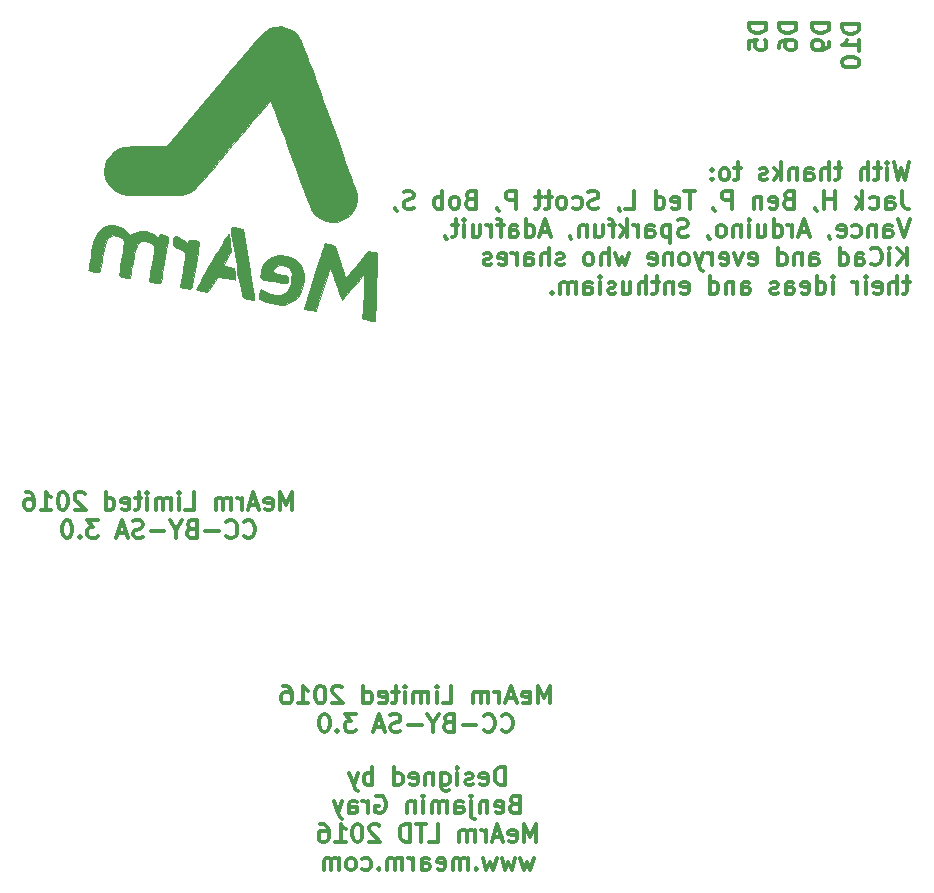
<source format=gbo>
G04 #@! TF.FileFunction,Legend,Bot*
%FSLAX46Y46*%
G04 Gerber Fmt 4.6, Leading zero omitted, Abs format (unit mm)*
G04 Created by KiCad (PCBNEW (2015-01-16 BZR 5376)-product) date 6/13/2016 5:18:32 PM*
%MOMM*%
G01*
G04 APERTURE LIST*
%ADD10C,0.100000*%
%ADD11C,0.300000*%
%ADD12C,3.000000*%
%ADD13C,2.000000*%
%ADD14R,2.000000X2.000000*%
%ADD15R,2.032000X1.727200*%
%ADD16O,2.032000X1.727200*%
%ADD17R,1.574800X2.286000*%
%ADD18O,1.574800X2.286000*%
%ADD19C,0.300000*%
%ADD20C,4.800600*%
%ADD21R,4.800600X4.800600*%
%ADD22C,2.600000*%
G04 APERTURE END LIST*
D10*
D11*
X124621427Y-124178571D02*
X124621427Y-122678571D01*
X124121427Y-123750000D01*
X123621427Y-122678571D01*
X123621427Y-124178571D01*
X122335713Y-124107143D02*
X122478570Y-124178571D01*
X122764284Y-124178571D01*
X122907141Y-124107143D01*
X122978570Y-123964286D01*
X122978570Y-123392857D01*
X122907141Y-123250000D01*
X122764284Y-123178571D01*
X122478570Y-123178571D01*
X122335713Y-123250000D01*
X122264284Y-123392857D01*
X122264284Y-123535714D01*
X122978570Y-123678571D01*
X121692856Y-123750000D02*
X120978570Y-123750000D01*
X121835713Y-124178571D02*
X121335713Y-122678571D01*
X120835713Y-124178571D01*
X120335713Y-124178571D02*
X120335713Y-123178571D01*
X120335713Y-123464286D02*
X120264285Y-123321429D01*
X120192856Y-123250000D01*
X120049999Y-123178571D01*
X119907142Y-123178571D01*
X119407142Y-124178571D02*
X119407142Y-123178571D01*
X119407142Y-123321429D02*
X119335714Y-123250000D01*
X119192856Y-123178571D01*
X118978571Y-123178571D01*
X118835714Y-123250000D01*
X118764285Y-123392857D01*
X118764285Y-124178571D01*
X118764285Y-123392857D02*
X118692856Y-123250000D01*
X118549999Y-123178571D01*
X118335714Y-123178571D01*
X118192856Y-123250000D01*
X118121428Y-123392857D01*
X118121428Y-124178571D01*
X115549999Y-124178571D02*
X116264285Y-124178571D01*
X116264285Y-122678571D01*
X115049999Y-124178571D02*
X115049999Y-123178571D01*
X115049999Y-122678571D02*
X115121428Y-122750000D01*
X115049999Y-122821429D01*
X114978571Y-122750000D01*
X115049999Y-122678571D01*
X115049999Y-122821429D01*
X114335713Y-124178571D02*
X114335713Y-123178571D01*
X114335713Y-123321429D02*
X114264285Y-123250000D01*
X114121427Y-123178571D01*
X113907142Y-123178571D01*
X113764285Y-123250000D01*
X113692856Y-123392857D01*
X113692856Y-124178571D01*
X113692856Y-123392857D02*
X113621427Y-123250000D01*
X113478570Y-123178571D01*
X113264285Y-123178571D01*
X113121427Y-123250000D01*
X113049999Y-123392857D01*
X113049999Y-124178571D01*
X112335713Y-124178571D02*
X112335713Y-123178571D01*
X112335713Y-122678571D02*
X112407142Y-122750000D01*
X112335713Y-122821429D01*
X112264285Y-122750000D01*
X112335713Y-122678571D01*
X112335713Y-122821429D01*
X111835713Y-123178571D02*
X111264284Y-123178571D01*
X111621427Y-122678571D02*
X111621427Y-123964286D01*
X111549999Y-124107143D01*
X111407141Y-124178571D01*
X111264284Y-124178571D01*
X110192856Y-124107143D02*
X110335713Y-124178571D01*
X110621427Y-124178571D01*
X110764284Y-124107143D01*
X110835713Y-123964286D01*
X110835713Y-123392857D01*
X110764284Y-123250000D01*
X110621427Y-123178571D01*
X110335713Y-123178571D01*
X110192856Y-123250000D01*
X110121427Y-123392857D01*
X110121427Y-123535714D01*
X110835713Y-123678571D01*
X108835713Y-124178571D02*
X108835713Y-122678571D01*
X108835713Y-124107143D02*
X108978570Y-124178571D01*
X109264284Y-124178571D01*
X109407142Y-124107143D01*
X109478570Y-124035714D01*
X109549999Y-123892857D01*
X109549999Y-123464286D01*
X109478570Y-123321429D01*
X109407142Y-123250000D01*
X109264284Y-123178571D01*
X108978570Y-123178571D01*
X108835713Y-123250000D01*
X107049999Y-122821429D02*
X106978570Y-122750000D01*
X106835713Y-122678571D01*
X106478570Y-122678571D01*
X106335713Y-122750000D01*
X106264284Y-122821429D01*
X106192856Y-122964286D01*
X106192856Y-123107143D01*
X106264284Y-123321429D01*
X107121427Y-124178571D01*
X106192856Y-124178571D01*
X105264285Y-122678571D02*
X105121428Y-122678571D01*
X104978571Y-122750000D01*
X104907142Y-122821429D01*
X104835713Y-122964286D01*
X104764285Y-123250000D01*
X104764285Y-123607143D01*
X104835713Y-123892857D01*
X104907142Y-124035714D01*
X104978571Y-124107143D01*
X105121428Y-124178571D01*
X105264285Y-124178571D01*
X105407142Y-124107143D01*
X105478571Y-124035714D01*
X105549999Y-123892857D01*
X105621428Y-123607143D01*
X105621428Y-123250000D01*
X105549999Y-122964286D01*
X105478571Y-122821429D01*
X105407142Y-122750000D01*
X105264285Y-122678571D01*
X103335714Y-124178571D02*
X104192857Y-124178571D01*
X103764285Y-124178571D02*
X103764285Y-122678571D01*
X103907142Y-122892857D01*
X104050000Y-123035714D01*
X104192857Y-123107143D01*
X102050000Y-122678571D02*
X102335714Y-122678571D01*
X102478571Y-122750000D01*
X102550000Y-122821429D01*
X102692857Y-123035714D01*
X102764286Y-123321429D01*
X102764286Y-123892857D01*
X102692857Y-124035714D01*
X102621429Y-124107143D01*
X102478571Y-124178571D01*
X102192857Y-124178571D01*
X102050000Y-124107143D01*
X101978571Y-124035714D01*
X101907143Y-123892857D01*
X101907143Y-123535714D01*
X101978571Y-123392857D01*
X102050000Y-123321429D01*
X102192857Y-123250000D01*
X102478571Y-123250000D01*
X102621429Y-123321429D01*
X102692857Y-123392857D01*
X102764286Y-123535714D01*
X120549999Y-126435714D02*
X120621428Y-126507143D01*
X120835714Y-126578571D01*
X120978571Y-126578571D01*
X121192856Y-126507143D01*
X121335714Y-126364286D01*
X121407142Y-126221429D01*
X121478571Y-125935714D01*
X121478571Y-125721429D01*
X121407142Y-125435714D01*
X121335714Y-125292857D01*
X121192856Y-125150000D01*
X120978571Y-125078571D01*
X120835714Y-125078571D01*
X120621428Y-125150000D01*
X120549999Y-125221429D01*
X119049999Y-126435714D02*
X119121428Y-126507143D01*
X119335714Y-126578571D01*
X119478571Y-126578571D01*
X119692856Y-126507143D01*
X119835714Y-126364286D01*
X119907142Y-126221429D01*
X119978571Y-125935714D01*
X119978571Y-125721429D01*
X119907142Y-125435714D01*
X119835714Y-125292857D01*
X119692856Y-125150000D01*
X119478571Y-125078571D01*
X119335714Y-125078571D01*
X119121428Y-125150000D01*
X119049999Y-125221429D01*
X118407142Y-126007143D02*
X117264285Y-126007143D01*
X116049999Y-125792857D02*
X115835713Y-125864286D01*
X115764285Y-125935714D01*
X115692856Y-126078571D01*
X115692856Y-126292857D01*
X115764285Y-126435714D01*
X115835713Y-126507143D01*
X115978571Y-126578571D01*
X116549999Y-126578571D01*
X116549999Y-125078571D01*
X116049999Y-125078571D01*
X115907142Y-125150000D01*
X115835713Y-125221429D01*
X115764285Y-125364286D01*
X115764285Y-125507143D01*
X115835713Y-125650000D01*
X115907142Y-125721429D01*
X116049999Y-125792857D01*
X116549999Y-125792857D01*
X114764285Y-125864286D02*
X114764285Y-126578571D01*
X115264285Y-125078571D02*
X114764285Y-125864286D01*
X114264285Y-125078571D01*
X113764285Y-126007143D02*
X112621428Y-126007143D01*
X111978571Y-126507143D02*
X111764285Y-126578571D01*
X111407142Y-126578571D01*
X111264285Y-126507143D01*
X111192856Y-126435714D01*
X111121428Y-126292857D01*
X111121428Y-126150000D01*
X111192856Y-126007143D01*
X111264285Y-125935714D01*
X111407142Y-125864286D01*
X111692856Y-125792857D01*
X111835714Y-125721429D01*
X111907142Y-125650000D01*
X111978571Y-125507143D01*
X111978571Y-125364286D01*
X111907142Y-125221429D01*
X111835714Y-125150000D01*
X111692856Y-125078571D01*
X111335714Y-125078571D01*
X111121428Y-125150000D01*
X110550000Y-126150000D02*
X109835714Y-126150000D01*
X110692857Y-126578571D02*
X110192857Y-125078571D01*
X109692857Y-126578571D01*
X108192857Y-125078571D02*
X107264286Y-125078571D01*
X107764286Y-125650000D01*
X107550000Y-125650000D01*
X107407143Y-125721429D01*
X107335714Y-125792857D01*
X107264286Y-125935714D01*
X107264286Y-126292857D01*
X107335714Y-126435714D01*
X107407143Y-126507143D01*
X107550000Y-126578571D01*
X107978572Y-126578571D01*
X108121429Y-126507143D01*
X108192857Y-126435714D01*
X106621429Y-126435714D02*
X106550001Y-126507143D01*
X106621429Y-126578571D01*
X106692858Y-126507143D01*
X106621429Y-126435714D01*
X106621429Y-126578571D01*
X105621429Y-125078571D02*
X105478572Y-125078571D01*
X105335715Y-125150000D01*
X105264286Y-125221429D01*
X105192857Y-125364286D01*
X105121429Y-125650000D01*
X105121429Y-126007143D01*
X105192857Y-126292857D01*
X105264286Y-126435714D01*
X105335715Y-126507143D01*
X105478572Y-126578571D01*
X105621429Y-126578571D01*
X105764286Y-126507143D01*
X105835715Y-126435714D01*
X105907143Y-126292857D01*
X105978572Y-126007143D01*
X105978572Y-125650000D01*
X105907143Y-125364286D01*
X105835715Y-125221429D01*
X105764286Y-125150000D01*
X105621429Y-125078571D01*
X146421427Y-140578571D02*
X146421427Y-139078571D01*
X145921427Y-140150000D01*
X145421427Y-139078571D01*
X145421427Y-140578571D01*
X144135713Y-140507143D02*
X144278570Y-140578571D01*
X144564284Y-140578571D01*
X144707141Y-140507143D01*
X144778570Y-140364286D01*
X144778570Y-139792857D01*
X144707141Y-139650000D01*
X144564284Y-139578571D01*
X144278570Y-139578571D01*
X144135713Y-139650000D01*
X144064284Y-139792857D01*
X144064284Y-139935714D01*
X144778570Y-140078571D01*
X143492856Y-140150000D02*
X142778570Y-140150000D01*
X143635713Y-140578571D02*
X143135713Y-139078571D01*
X142635713Y-140578571D01*
X142135713Y-140578571D02*
X142135713Y-139578571D01*
X142135713Y-139864286D02*
X142064285Y-139721429D01*
X141992856Y-139650000D01*
X141849999Y-139578571D01*
X141707142Y-139578571D01*
X141207142Y-140578571D02*
X141207142Y-139578571D01*
X141207142Y-139721429D02*
X141135714Y-139650000D01*
X140992856Y-139578571D01*
X140778571Y-139578571D01*
X140635714Y-139650000D01*
X140564285Y-139792857D01*
X140564285Y-140578571D01*
X140564285Y-139792857D02*
X140492856Y-139650000D01*
X140349999Y-139578571D01*
X140135714Y-139578571D01*
X139992856Y-139650000D01*
X139921428Y-139792857D01*
X139921428Y-140578571D01*
X137349999Y-140578571D02*
X138064285Y-140578571D01*
X138064285Y-139078571D01*
X136849999Y-140578571D02*
X136849999Y-139578571D01*
X136849999Y-139078571D02*
X136921428Y-139150000D01*
X136849999Y-139221429D01*
X136778571Y-139150000D01*
X136849999Y-139078571D01*
X136849999Y-139221429D01*
X136135713Y-140578571D02*
X136135713Y-139578571D01*
X136135713Y-139721429D02*
X136064285Y-139650000D01*
X135921427Y-139578571D01*
X135707142Y-139578571D01*
X135564285Y-139650000D01*
X135492856Y-139792857D01*
X135492856Y-140578571D01*
X135492856Y-139792857D02*
X135421427Y-139650000D01*
X135278570Y-139578571D01*
X135064285Y-139578571D01*
X134921427Y-139650000D01*
X134849999Y-139792857D01*
X134849999Y-140578571D01*
X134135713Y-140578571D02*
X134135713Y-139578571D01*
X134135713Y-139078571D02*
X134207142Y-139150000D01*
X134135713Y-139221429D01*
X134064285Y-139150000D01*
X134135713Y-139078571D01*
X134135713Y-139221429D01*
X133635713Y-139578571D02*
X133064284Y-139578571D01*
X133421427Y-139078571D02*
X133421427Y-140364286D01*
X133349999Y-140507143D01*
X133207141Y-140578571D01*
X133064284Y-140578571D01*
X131992856Y-140507143D02*
X132135713Y-140578571D01*
X132421427Y-140578571D01*
X132564284Y-140507143D01*
X132635713Y-140364286D01*
X132635713Y-139792857D01*
X132564284Y-139650000D01*
X132421427Y-139578571D01*
X132135713Y-139578571D01*
X131992856Y-139650000D01*
X131921427Y-139792857D01*
X131921427Y-139935714D01*
X132635713Y-140078571D01*
X130635713Y-140578571D02*
X130635713Y-139078571D01*
X130635713Y-140507143D02*
X130778570Y-140578571D01*
X131064284Y-140578571D01*
X131207142Y-140507143D01*
X131278570Y-140435714D01*
X131349999Y-140292857D01*
X131349999Y-139864286D01*
X131278570Y-139721429D01*
X131207142Y-139650000D01*
X131064284Y-139578571D01*
X130778570Y-139578571D01*
X130635713Y-139650000D01*
X128849999Y-139221429D02*
X128778570Y-139150000D01*
X128635713Y-139078571D01*
X128278570Y-139078571D01*
X128135713Y-139150000D01*
X128064284Y-139221429D01*
X127992856Y-139364286D01*
X127992856Y-139507143D01*
X128064284Y-139721429D01*
X128921427Y-140578571D01*
X127992856Y-140578571D01*
X127064285Y-139078571D02*
X126921428Y-139078571D01*
X126778571Y-139150000D01*
X126707142Y-139221429D01*
X126635713Y-139364286D01*
X126564285Y-139650000D01*
X126564285Y-140007143D01*
X126635713Y-140292857D01*
X126707142Y-140435714D01*
X126778571Y-140507143D01*
X126921428Y-140578571D01*
X127064285Y-140578571D01*
X127207142Y-140507143D01*
X127278571Y-140435714D01*
X127349999Y-140292857D01*
X127421428Y-140007143D01*
X127421428Y-139650000D01*
X127349999Y-139364286D01*
X127278571Y-139221429D01*
X127207142Y-139150000D01*
X127064285Y-139078571D01*
X125135714Y-140578571D02*
X125992857Y-140578571D01*
X125564285Y-140578571D02*
X125564285Y-139078571D01*
X125707142Y-139292857D01*
X125850000Y-139435714D01*
X125992857Y-139507143D01*
X123850000Y-139078571D02*
X124135714Y-139078571D01*
X124278571Y-139150000D01*
X124350000Y-139221429D01*
X124492857Y-139435714D01*
X124564286Y-139721429D01*
X124564286Y-140292857D01*
X124492857Y-140435714D01*
X124421429Y-140507143D01*
X124278571Y-140578571D01*
X123992857Y-140578571D01*
X123850000Y-140507143D01*
X123778571Y-140435714D01*
X123707143Y-140292857D01*
X123707143Y-139935714D01*
X123778571Y-139792857D01*
X123850000Y-139721429D01*
X123992857Y-139650000D01*
X124278571Y-139650000D01*
X124421429Y-139721429D01*
X124492857Y-139792857D01*
X124564286Y-139935714D01*
X142349999Y-142835714D02*
X142421428Y-142907143D01*
X142635714Y-142978571D01*
X142778571Y-142978571D01*
X142992856Y-142907143D01*
X143135714Y-142764286D01*
X143207142Y-142621429D01*
X143278571Y-142335714D01*
X143278571Y-142121429D01*
X143207142Y-141835714D01*
X143135714Y-141692857D01*
X142992856Y-141550000D01*
X142778571Y-141478571D01*
X142635714Y-141478571D01*
X142421428Y-141550000D01*
X142349999Y-141621429D01*
X140849999Y-142835714D02*
X140921428Y-142907143D01*
X141135714Y-142978571D01*
X141278571Y-142978571D01*
X141492856Y-142907143D01*
X141635714Y-142764286D01*
X141707142Y-142621429D01*
X141778571Y-142335714D01*
X141778571Y-142121429D01*
X141707142Y-141835714D01*
X141635714Y-141692857D01*
X141492856Y-141550000D01*
X141278571Y-141478571D01*
X141135714Y-141478571D01*
X140921428Y-141550000D01*
X140849999Y-141621429D01*
X140207142Y-142407143D02*
X139064285Y-142407143D01*
X137849999Y-142192857D02*
X137635713Y-142264286D01*
X137564285Y-142335714D01*
X137492856Y-142478571D01*
X137492856Y-142692857D01*
X137564285Y-142835714D01*
X137635713Y-142907143D01*
X137778571Y-142978571D01*
X138349999Y-142978571D01*
X138349999Y-141478571D01*
X137849999Y-141478571D01*
X137707142Y-141550000D01*
X137635713Y-141621429D01*
X137564285Y-141764286D01*
X137564285Y-141907143D01*
X137635713Y-142050000D01*
X137707142Y-142121429D01*
X137849999Y-142192857D01*
X138349999Y-142192857D01*
X136564285Y-142264286D02*
X136564285Y-142978571D01*
X137064285Y-141478571D02*
X136564285Y-142264286D01*
X136064285Y-141478571D01*
X135564285Y-142407143D02*
X134421428Y-142407143D01*
X133778571Y-142907143D02*
X133564285Y-142978571D01*
X133207142Y-142978571D01*
X133064285Y-142907143D01*
X132992856Y-142835714D01*
X132921428Y-142692857D01*
X132921428Y-142550000D01*
X132992856Y-142407143D01*
X133064285Y-142335714D01*
X133207142Y-142264286D01*
X133492856Y-142192857D01*
X133635714Y-142121429D01*
X133707142Y-142050000D01*
X133778571Y-141907143D01*
X133778571Y-141764286D01*
X133707142Y-141621429D01*
X133635714Y-141550000D01*
X133492856Y-141478571D01*
X133135714Y-141478571D01*
X132921428Y-141550000D01*
X132350000Y-142550000D02*
X131635714Y-142550000D01*
X132492857Y-142978571D02*
X131992857Y-141478571D01*
X131492857Y-142978571D01*
X129992857Y-141478571D02*
X129064286Y-141478571D01*
X129564286Y-142050000D01*
X129350000Y-142050000D01*
X129207143Y-142121429D01*
X129135714Y-142192857D01*
X129064286Y-142335714D01*
X129064286Y-142692857D01*
X129135714Y-142835714D01*
X129207143Y-142907143D01*
X129350000Y-142978571D01*
X129778572Y-142978571D01*
X129921429Y-142907143D01*
X129992857Y-142835714D01*
X128421429Y-142835714D02*
X128350001Y-142907143D01*
X128421429Y-142978571D01*
X128492858Y-142907143D01*
X128421429Y-142835714D01*
X128421429Y-142978571D01*
X127421429Y-141478571D02*
X127278572Y-141478571D01*
X127135715Y-141550000D01*
X127064286Y-141621429D01*
X126992857Y-141764286D01*
X126921429Y-142050000D01*
X126921429Y-142407143D01*
X126992857Y-142692857D01*
X127064286Y-142835714D01*
X127135715Y-142907143D01*
X127278572Y-142978571D01*
X127421429Y-142978571D01*
X127564286Y-142907143D01*
X127635715Y-142835714D01*
X127707143Y-142692857D01*
X127778572Y-142407143D01*
X127778572Y-142050000D01*
X127707143Y-141764286D01*
X127635715Y-141621429D01*
X127564286Y-141550000D01*
X127421429Y-141478571D01*
X176823714Y-94778571D02*
X176466571Y-96278571D01*
X176180857Y-95207143D01*
X175895143Y-96278571D01*
X175538000Y-94778571D01*
X174966571Y-96278571D02*
X174966571Y-95278571D01*
X174966571Y-94778571D02*
X175038000Y-94850000D01*
X174966571Y-94921429D01*
X174895143Y-94850000D01*
X174966571Y-94778571D01*
X174966571Y-94921429D01*
X174466571Y-95278571D02*
X173895142Y-95278571D01*
X174252285Y-94778571D02*
X174252285Y-96064286D01*
X174180857Y-96207143D01*
X174037999Y-96278571D01*
X173895142Y-96278571D01*
X173395142Y-96278571D02*
X173395142Y-94778571D01*
X172752285Y-96278571D02*
X172752285Y-95492857D01*
X172823714Y-95350000D01*
X172966571Y-95278571D01*
X173180856Y-95278571D01*
X173323714Y-95350000D01*
X173395142Y-95421429D01*
X171109428Y-95278571D02*
X170537999Y-95278571D01*
X170895142Y-94778571D02*
X170895142Y-96064286D01*
X170823714Y-96207143D01*
X170680856Y-96278571D01*
X170537999Y-96278571D01*
X170037999Y-96278571D02*
X170037999Y-94778571D01*
X169395142Y-96278571D02*
X169395142Y-95492857D01*
X169466571Y-95350000D01*
X169609428Y-95278571D01*
X169823713Y-95278571D01*
X169966571Y-95350000D01*
X170037999Y-95421429D01*
X168037999Y-96278571D02*
X168037999Y-95492857D01*
X168109428Y-95350000D01*
X168252285Y-95278571D01*
X168537999Y-95278571D01*
X168680856Y-95350000D01*
X168037999Y-96207143D02*
X168180856Y-96278571D01*
X168537999Y-96278571D01*
X168680856Y-96207143D01*
X168752285Y-96064286D01*
X168752285Y-95921429D01*
X168680856Y-95778571D01*
X168537999Y-95707143D01*
X168180856Y-95707143D01*
X168037999Y-95635714D01*
X167323713Y-95278571D02*
X167323713Y-96278571D01*
X167323713Y-95421429D02*
X167252285Y-95350000D01*
X167109427Y-95278571D01*
X166895142Y-95278571D01*
X166752285Y-95350000D01*
X166680856Y-95492857D01*
X166680856Y-96278571D01*
X165966570Y-96278571D02*
X165966570Y-94778571D01*
X165823713Y-95707143D02*
X165395142Y-96278571D01*
X165395142Y-95278571D02*
X165966570Y-95850000D01*
X164823713Y-96207143D02*
X164680856Y-96278571D01*
X164395141Y-96278571D01*
X164252284Y-96207143D01*
X164180856Y-96064286D01*
X164180856Y-95992857D01*
X164252284Y-95850000D01*
X164395141Y-95778571D01*
X164609427Y-95778571D01*
X164752284Y-95707143D01*
X164823713Y-95564286D01*
X164823713Y-95492857D01*
X164752284Y-95350000D01*
X164609427Y-95278571D01*
X164395141Y-95278571D01*
X164252284Y-95350000D01*
X162609427Y-95278571D02*
X162037998Y-95278571D01*
X162395141Y-94778571D02*
X162395141Y-96064286D01*
X162323713Y-96207143D01*
X162180855Y-96278571D01*
X162037998Y-96278571D01*
X161323712Y-96278571D02*
X161466570Y-96207143D01*
X161537998Y-96135714D01*
X161609427Y-95992857D01*
X161609427Y-95564286D01*
X161537998Y-95421429D01*
X161466570Y-95350000D01*
X161323712Y-95278571D01*
X161109427Y-95278571D01*
X160966570Y-95350000D01*
X160895141Y-95421429D01*
X160823712Y-95564286D01*
X160823712Y-95992857D01*
X160895141Y-96135714D01*
X160966570Y-96207143D01*
X161109427Y-96278571D01*
X161323712Y-96278571D01*
X160180855Y-96135714D02*
X160109427Y-96207143D01*
X160180855Y-96278571D01*
X160252284Y-96207143D01*
X160180855Y-96135714D01*
X160180855Y-96278571D01*
X160180855Y-95350000D02*
X160109427Y-95421429D01*
X160180855Y-95492857D01*
X160252284Y-95421429D01*
X160180855Y-95350000D01*
X160180855Y-95492857D01*
X176252286Y-97178571D02*
X176252286Y-98250000D01*
X176323714Y-98464286D01*
X176466571Y-98607143D01*
X176680857Y-98678571D01*
X176823714Y-98678571D01*
X174895143Y-98678571D02*
X174895143Y-97892857D01*
X174966572Y-97750000D01*
X175109429Y-97678571D01*
X175395143Y-97678571D01*
X175538000Y-97750000D01*
X174895143Y-98607143D02*
X175038000Y-98678571D01*
X175395143Y-98678571D01*
X175538000Y-98607143D01*
X175609429Y-98464286D01*
X175609429Y-98321429D01*
X175538000Y-98178571D01*
X175395143Y-98107143D01*
X175038000Y-98107143D01*
X174895143Y-98035714D01*
X173538000Y-98607143D02*
X173680857Y-98678571D01*
X173966571Y-98678571D01*
X174109429Y-98607143D01*
X174180857Y-98535714D01*
X174252286Y-98392857D01*
X174252286Y-97964286D01*
X174180857Y-97821429D01*
X174109429Y-97750000D01*
X173966571Y-97678571D01*
X173680857Y-97678571D01*
X173538000Y-97750000D01*
X172895143Y-98678571D02*
X172895143Y-97178571D01*
X172752286Y-98107143D02*
X172323715Y-98678571D01*
X172323715Y-97678571D02*
X172895143Y-98250000D01*
X170538000Y-98678571D02*
X170538000Y-97178571D01*
X170538000Y-97892857D02*
X169680857Y-97892857D01*
X169680857Y-98678571D02*
X169680857Y-97178571D01*
X168895143Y-98607143D02*
X168895143Y-98678571D01*
X168966571Y-98821429D01*
X169038000Y-98892857D01*
X166609428Y-97892857D02*
X166395142Y-97964286D01*
X166323714Y-98035714D01*
X166252285Y-98178571D01*
X166252285Y-98392857D01*
X166323714Y-98535714D01*
X166395142Y-98607143D01*
X166538000Y-98678571D01*
X167109428Y-98678571D01*
X167109428Y-97178571D01*
X166609428Y-97178571D01*
X166466571Y-97250000D01*
X166395142Y-97321429D01*
X166323714Y-97464286D01*
X166323714Y-97607143D01*
X166395142Y-97750000D01*
X166466571Y-97821429D01*
X166609428Y-97892857D01*
X167109428Y-97892857D01*
X165038000Y-98607143D02*
X165180857Y-98678571D01*
X165466571Y-98678571D01*
X165609428Y-98607143D01*
X165680857Y-98464286D01*
X165680857Y-97892857D01*
X165609428Y-97750000D01*
X165466571Y-97678571D01*
X165180857Y-97678571D01*
X165038000Y-97750000D01*
X164966571Y-97892857D01*
X164966571Y-98035714D01*
X165680857Y-98178571D01*
X164323714Y-97678571D02*
X164323714Y-98678571D01*
X164323714Y-97821429D02*
X164252286Y-97750000D01*
X164109428Y-97678571D01*
X163895143Y-97678571D01*
X163752286Y-97750000D01*
X163680857Y-97892857D01*
X163680857Y-98678571D01*
X161823714Y-98678571D02*
X161823714Y-97178571D01*
X161252286Y-97178571D01*
X161109428Y-97250000D01*
X161038000Y-97321429D01*
X160966571Y-97464286D01*
X160966571Y-97678571D01*
X161038000Y-97821429D01*
X161109428Y-97892857D01*
X161252286Y-97964286D01*
X161823714Y-97964286D01*
X160252286Y-98607143D02*
X160252286Y-98678571D01*
X160323714Y-98821429D01*
X160395143Y-98892857D01*
X158680857Y-97178571D02*
X157823714Y-97178571D01*
X158252285Y-98678571D02*
X158252285Y-97178571D01*
X156752286Y-98607143D02*
X156895143Y-98678571D01*
X157180857Y-98678571D01*
X157323714Y-98607143D01*
X157395143Y-98464286D01*
X157395143Y-97892857D01*
X157323714Y-97750000D01*
X157180857Y-97678571D01*
X156895143Y-97678571D01*
X156752286Y-97750000D01*
X156680857Y-97892857D01*
X156680857Y-98035714D01*
X157395143Y-98178571D01*
X155395143Y-98678571D02*
X155395143Y-97178571D01*
X155395143Y-98607143D02*
X155538000Y-98678571D01*
X155823714Y-98678571D01*
X155966572Y-98607143D01*
X156038000Y-98535714D01*
X156109429Y-98392857D01*
X156109429Y-97964286D01*
X156038000Y-97821429D01*
X155966572Y-97750000D01*
X155823714Y-97678571D01*
X155538000Y-97678571D01*
X155395143Y-97750000D01*
X152823714Y-98678571D02*
X153538000Y-98678571D01*
X153538000Y-97178571D01*
X152252286Y-98607143D02*
X152252286Y-98678571D01*
X152323714Y-98821429D01*
X152395143Y-98892857D01*
X150538000Y-98607143D02*
X150323714Y-98678571D01*
X149966571Y-98678571D01*
X149823714Y-98607143D01*
X149752285Y-98535714D01*
X149680857Y-98392857D01*
X149680857Y-98250000D01*
X149752285Y-98107143D01*
X149823714Y-98035714D01*
X149966571Y-97964286D01*
X150252285Y-97892857D01*
X150395143Y-97821429D01*
X150466571Y-97750000D01*
X150538000Y-97607143D01*
X150538000Y-97464286D01*
X150466571Y-97321429D01*
X150395143Y-97250000D01*
X150252285Y-97178571D01*
X149895143Y-97178571D01*
X149680857Y-97250000D01*
X148395143Y-98607143D02*
X148538000Y-98678571D01*
X148823714Y-98678571D01*
X148966572Y-98607143D01*
X149038000Y-98535714D01*
X149109429Y-98392857D01*
X149109429Y-97964286D01*
X149038000Y-97821429D01*
X148966572Y-97750000D01*
X148823714Y-97678571D01*
X148538000Y-97678571D01*
X148395143Y-97750000D01*
X147538000Y-98678571D02*
X147680858Y-98607143D01*
X147752286Y-98535714D01*
X147823715Y-98392857D01*
X147823715Y-97964286D01*
X147752286Y-97821429D01*
X147680858Y-97750000D01*
X147538000Y-97678571D01*
X147323715Y-97678571D01*
X147180858Y-97750000D01*
X147109429Y-97821429D01*
X147038000Y-97964286D01*
X147038000Y-98392857D01*
X147109429Y-98535714D01*
X147180858Y-98607143D01*
X147323715Y-98678571D01*
X147538000Y-98678571D01*
X146609429Y-97678571D02*
X146038000Y-97678571D01*
X146395143Y-97178571D02*
X146395143Y-98464286D01*
X146323715Y-98607143D01*
X146180857Y-98678571D01*
X146038000Y-98678571D01*
X145752286Y-97678571D02*
X145180857Y-97678571D01*
X145538000Y-97178571D02*
X145538000Y-98464286D01*
X145466572Y-98607143D01*
X145323714Y-98678571D01*
X145180857Y-98678571D01*
X143538000Y-98678571D02*
X143538000Y-97178571D01*
X142966572Y-97178571D01*
X142823714Y-97250000D01*
X142752286Y-97321429D01*
X142680857Y-97464286D01*
X142680857Y-97678571D01*
X142752286Y-97821429D01*
X142823714Y-97892857D01*
X142966572Y-97964286D01*
X143538000Y-97964286D01*
X141966572Y-98607143D02*
X141966572Y-98678571D01*
X142038000Y-98821429D01*
X142109429Y-98892857D01*
X139680857Y-97892857D02*
X139466571Y-97964286D01*
X139395143Y-98035714D01*
X139323714Y-98178571D01*
X139323714Y-98392857D01*
X139395143Y-98535714D01*
X139466571Y-98607143D01*
X139609429Y-98678571D01*
X140180857Y-98678571D01*
X140180857Y-97178571D01*
X139680857Y-97178571D01*
X139538000Y-97250000D01*
X139466571Y-97321429D01*
X139395143Y-97464286D01*
X139395143Y-97607143D01*
X139466571Y-97750000D01*
X139538000Y-97821429D01*
X139680857Y-97892857D01*
X140180857Y-97892857D01*
X138466571Y-98678571D02*
X138609429Y-98607143D01*
X138680857Y-98535714D01*
X138752286Y-98392857D01*
X138752286Y-97964286D01*
X138680857Y-97821429D01*
X138609429Y-97750000D01*
X138466571Y-97678571D01*
X138252286Y-97678571D01*
X138109429Y-97750000D01*
X138038000Y-97821429D01*
X137966571Y-97964286D01*
X137966571Y-98392857D01*
X138038000Y-98535714D01*
X138109429Y-98607143D01*
X138252286Y-98678571D01*
X138466571Y-98678571D01*
X137323714Y-98678571D02*
X137323714Y-97178571D01*
X137323714Y-97750000D02*
X137180857Y-97678571D01*
X136895143Y-97678571D01*
X136752286Y-97750000D01*
X136680857Y-97821429D01*
X136609428Y-97964286D01*
X136609428Y-98392857D01*
X136680857Y-98535714D01*
X136752286Y-98607143D01*
X136895143Y-98678571D01*
X137180857Y-98678571D01*
X137323714Y-98607143D01*
X134895143Y-98607143D02*
X134680857Y-98678571D01*
X134323714Y-98678571D01*
X134180857Y-98607143D01*
X134109428Y-98535714D01*
X134038000Y-98392857D01*
X134038000Y-98250000D01*
X134109428Y-98107143D01*
X134180857Y-98035714D01*
X134323714Y-97964286D01*
X134609428Y-97892857D01*
X134752286Y-97821429D01*
X134823714Y-97750000D01*
X134895143Y-97607143D01*
X134895143Y-97464286D01*
X134823714Y-97321429D01*
X134752286Y-97250000D01*
X134609428Y-97178571D01*
X134252286Y-97178571D01*
X134038000Y-97250000D01*
X133323715Y-98607143D02*
X133323715Y-98678571D01*
X133395143Y-98821429D01*
X133466572Y-98892857D01*
X176895143Y-99578571D02*
X176395143Y-101078571D01*
X175895143Y-99578571D01*
X174752286Y-101078571D02*
X174752286Y-100292857D01*
X174823715Y-100150000D01*
X174966572Y-100078571D01*
X175252286Y-100078571D01*
X175395143Y-100150000D01*
X174752286Y-101007143D02*
X174895143Y-101078571D01*
X175252286Y-101078571D01*
X175395143Y-101007143D01*
X175466572Y-100864286D01*
X175466572Y-100721429D01*
X175395143Y-100578571D01*
X175252286Y-100507143D01*
X174895143Y-100507143D01*
X174752286Y-100435714D01*
X174038000Y-100078571D02*
X174038000Y-101078571D01*
X174038000Y-100221429D02*
X173966572Y-100150000D01*
X173823714Y-100078571D01*
X173609429Y-100078571D01*
X173466572Y-100150000D01*
X173395143Y-100292857D01*
X173395143Y-101078571D01*
X172038000Y-101007143D02*
X172180857Y-101078571D01*
X172466571Y-101078571D01*
X172609429Y-101007143D01*
X172680857Y-100935714D01*
X172752286Y-100792857D01*
X172752286Y-100364286D01*
X172680857Y-100221429D01*
X172609429Y-100150000D01*
X172466571Y-100078571D01*
X172180857Y-100078571D01*
X172038000Y-100150000D01*
X170823715Y-101007143D02*
X170966572Y-101078571D01*
X171252286Y-101078571D01*
X171395143Y-101007143D01*
X171466572Y-100864286D01*
X171466572Y-100292857D01*
X171395143Y-100150000D01*
X171252286Y-100078571D01*
X170966572Y-100078571D01*
X170823715Y-100150000D01*
X170752286Y-100292857D01*
X170752286Y-100435714D01*
X171466572Y-100578571D01*
X170038001Y-101007143D02*
X170038001Y-101078571D01*
X170109429Y-101221429D01*
X170180858Y-101292857D01*
X168323715Y-100650000D02*
X167609429Y-100650000D01*
X168466572Y-101078571D02*
X167966572Y-99578571D01*
X167466572Y-101078571D01*
X166966572Y-101078571D02*
X166966572Y-100078571D01*
X166966572Y-100364286D02*
X166895144Y-100221429D01*
X166823715Y-100150000D01*
X166680858Y-100078571D01*
X166538001Y-100078571D01*
X165395144Y-101078571D02*
X165395144Y-99578571D01*
X165395144Y-101007143D02*
X165538001Y-101078571D01*
X165823715Y-101078571D01*
X165966573Y-101007143D01*
X166038001Y-100935714D01*
X166109430Y-100792857D01*
X166109430Y-100364286D01*
X166038001Y-100221429D01*
X165966573Y-100150000D01*
X165823715Y-100078571D01*
X165538001Y-100078571D01*
X165395144Y-100150000D01*
X164038001Y-100078571D02*
X164038001Y-101078571D01*
X164680858Y-100078571D02*
X164680858Y-100864286D01*
X164609430Y-101007143D01*
X164466572Y-101078571D01*
X164252287Y-101078571D01*
X164109430Y-101007143D01*
X164038001Y-100935714D01*
X163323715Y-101078571D02*
X163323715Y-100078571D01*
X163323715Y-99578571D02*
X163395144Y-99650000D01*
X163323715Y-99721429D01*
X163252287Y-99650000D01*
X163323715Y-99578571D01*
X163323715Y-99721429D01*
X162609429Y-100078571D02*
X162609429Y-101078571D01*
X162609429Y-100221429D02*
X162538001Y-100150000D01*
X162395143Y-100078571D01*
X162180858Y-100078571D01*
X162038001Y-100150000D01*
X161966572Y-100292857D01*
X161966572Y-101078571D01*
X161038000Y-101078571D02*
X161180858Y-101007143D01*
X161252286Y-100935714D01*
X161323715Y-100792857D01*
X161323715Y-100364286D01*
X161252286Y-100221429D01*
X161180858Y-100150000D01*
X161038000Y-100078571D01*
X160823715Y-100078571D01*
X160680858Y-100150000D01*
X160609429Y-100221429D01*
X160538000Y-100364286D01*
X160538000Y-100792857D01*
X160609429Y-100935714D01*
X160680858Y-101007143D01*
X160823715Y-101078571D01*
X161038000Y-101078571D01*
X159823715Y-101007143D02*
X159823715Y-101078571D01*
X159895143Y-101221429D01*
X159966572Y-101292857D01*
X158109429Y-101007143D02*
X157895143Y-101078571D01*
X157538000Y-101078571D01*
X157395143Y-101007143D01*
X157323714Y-100935714D01*
X157252286Y-100792857D01*
X157252286Y-100650000D01*
X157323714Y-100507143D01*
X157395143Y-100435714D01*
X157538000Y-100364286D01*
X157823714Y-100292857D01*
X157966572Y-100221429D01*
X158038000Y-100150000D01*
X158109429Y-100007143D01*
X158109429Y-99864286D01*
X158038000Y-99721429D01*
X157966572Y-99650000D01*
X157823714Y-99578571D01*
X157466572Y-99578571D01*
X157252286Y-99650000D01*
X156609429Y-100078571D02*
X156609429Y-101578571D01*
X156609429Y-100150000D02*
X156466572Y-100078571D01*
X156180858Y-100078571D01*
X156038001Y-100150000D01*
X155966572Y-100221429D01*
X155895143Y-100364286D01*
X155895143Y-100792857D01*
X155966572Y-100935714D01*
X156038001Y-101007143D01*
X156180858Y-101078571D01*
X156466572Y-101078571D01*
X156609429Y-101007143D01*
X154609429Y-101078571D02*
X154609429Y-100292857D01*
X154680858Y-100150000D01*
X154823715Y-100078571D01*
X155109429Y-100078571D01*
X155252286Y-100150000D01*
X154609429Y-101007143D02*
X154752286Y-101078571D01*
X155109429Y-101078571D01*
X155252286Y-101007143D01*
X155323715Y-100864286D01*
X155323715Y-100721429D01*
X155252286Y-100578571D01*
X155109429Y-100507143D01*
X154752286Y-100507143D01*
X154609429Y-100435714D01*
X153895143Y-101078571D02*
X153895143Y-100078571D01*
X153895143Y-100364286D02*
X153823715Y-100221429D01*
X153752286Y-100150000D01*
X153609429Y-100078571D01*
X153466572Y-100078571D01*
X152966572Y-101078571D02*
X152966572Y-99578571D01*
X152823715Y-100507143D02*
X152395144Y-101078571D01*
X152395144Y-100078571D02*
X152966572Y-100650000D01*
X151966572Y-100078571D02*
X151395143Y-100078571D01*
X151752286Y-101078571D02*
X151752286Y-99792857D01*
X151680858Y-99650000D01*
X151538000Y-99578571D01*
X151395143Y-99578571D01*
X150252286Y-100078571D02*
X150252286Y-101078571D01*
X150895143Y-100078571D02*
X150895143Y-100864286D01*
X150823715Y-101007143D01*
X150680857Y-101078571D01*
X150466572Y-101078571D01*
X150323715Y-101007143D01*
X150252286Y-100935714D01*
X149538000Y-100078571D02*
X149538000Y-101078571D01*
X149538000Y-100221429D02*
X149466572Y-100150000D01*
X149323714Y-100078571D01*
X149109429Y-100078571D01*
X148966572Y-100150000D01*
X148895143Y-100292857D01*
X148895143Y-101078571D01*
X148109429Y-101007143D02*
X148109429Y-101078571D01*
X148180857Y-101221429D01*
X148252286Y-101292857D01*
X146395143Y-100650000D02*
X145680857Y-100650000D01*
X146538000Y-101078571D02*
X146038000Y-99578571D01*
X145538000Y-101078571D01*
X144395143Y-101078571D02*
X144395143Y-99578571D01*
X144395143Y-101007143D02*
X144538000Y-101078571D01*
X144823714Y-101078571D01*
X144966572Y-101007143D01*
X145038000Y-100935714D01*
X145109429Y-100792857D01*
X145109429Y-100364286D01*
X145038000Y-100221429D01*
X144966572Y-100150000D01*
X144823714Y-100078571D01*
X144538000Y-100078571D01*
X144395143Y-100150000D01*
X143038000Y-101078571D02*
X143038000Y-100292857D01*
X143109429Y-100150000D01*
X143252286Y-100078571D01*
X143538000Y-100078571D01*
X143680857Y-100150000D01*
X143038000Y-101007143D02*
X143180857Y-101078571D01*
X143538000Y-101078571D01*
X143680857Y-101007143D01*
X143752286Y-100864286D01*
X143752286Y-100721429D01*
X143680857Y-100578571D01*
X143538000Y-100507143D01*
X143180857Y-100507143D01*
X143038000Y-100435714D01*
X142538000Y-100078571D02*
X141966571Y-100078571D01*
X142323714Y-101078571D02*
X142323714Y-99792857D01*
X142252286Y-99650000D01*
X142109428Y-99578571D01*
X141966571Y-99578571D01*
X141466571Y-101078571D02*
X141466571Y-100078571D01*
X141466571Y-100364286D02*
X141395143Y-100221429D01*
X141323714Y-100150000D01*
X141180857Y-100078571D01*
X141038000Y-100078571D01*
X139895143Y-100078571D02*
X139895143Y-101078571D01*
X140538000Y-100078571D02*
X140538000Y-100864286D01*
X140466572Y-101007143D01*
X140323714Y-101078571D01*
X140109429Y-101078571D01*
X139966572Y-101007143D01*
X139895143Y-100935714D01*
X139180857Y-101078571D02*
X139180857Y-100078571D01*
X139180857Y-99578571D02*
X139252286Y-99650000D01*
X139180857Y-99721429D01*
X139109429Y-99650000D01*
X139180857Y-99578571D01*
X139180857Y-99721429D01*
X138680857Y-100078571D02*
X138109428Y-100078571D01*
X138466571Y-99578571D02*
X138466571Y-100864286D01*
X138395143Y-101007143D01*
X138252285Y-101078571D01*
X138109428Y-101078571D01*
X137538000Y-101007143D02*
X137538000Y-101078571D01*
X137609428Y-101221429D01*
X137680857Y-101292857D01*
X176680857Y-103478571D02*
X176680857Y-101978571D01*
X175823714Y-103478571D02*
X176466571Y-102621429D01*
X175823714Y-101978571D02*
X176680857Y-102835714D01*
X175180857Y-103478571D02*
X175180857Y-102478571D01*
X175180857Y-101978571D02*
X175252286Y-102050000D01*
X175180857Y-102121429D01*
X175109429Y-102050000D01*
X175180857Y-101978571D01*
X175180857Y-102121429D01*
X173609428Y-103335714D02*
X173680857Y-103407143D01*
X173895143Y-103478571D01*
X174038000Y-103478571D01*
X174252285Y-103407143D01*
X174395143Y-103264286D01*
X174466571Y-103121429D01*
X174538000Y-102835714D01*
X174538000Y-102621429D01*
X174466571Y-102335714D01*
X174395143Y-102192857D01*
X174252285Y-102050000D01*
X174038000Y-101978571D01*
X173895143Y-101978571D01*
X173680857Y-102050000D01*
X173609428Y-102121429D01*
X172323714Y-103478571D02*
X172323714Y-102692857D01*
X172395143Y-102550000D01*
X172538000Y-102478571D01*
X172823714Y-102478571D01*
X172966571Y-102550000D01*
X172323714Y-103407143D02*
X172466571Y-103478571D01*
X172823714Y-103478571D01*
X172966571Y-103407143D01*
X173038000Y-103264286D01*
X173038000Y-103121429D01*
X172966571Y-102978571D01*
X172823714Y-102907143D01*
X172466571Y-102907143D01*
X172323714Y-102835714D01*
X170966571Y-103478571D02*
X170966571Y-101978571D01*
X170966571Y-103407143D02*
X171109428Y-103478571D01*
X171395142Y-103478571D01*
X171538000Y-103407143D01*
X171609428Y-103335714D01*
X171680857Y-103192857D01*
X171680857Y-102764286D01*
X171609428Y-102621429D01*
X171538000Y-102550000D01*
X171395142Y-102478571D01*
X171109428Y-102478571D01*
X170966571Y-102550000D01*
X168466571Y-103478571D02*
X168466571Y-102692857D01*
X168538000Y-102550000D01*
X168680857Y-102478571D01*
X168966571Y-102478571D01*
X169109428Y-102550000D01*
X168466571Y-103407143D02*
X168609428Y-103478571D01*
X168966571Y-103478571D01*
X169109428Y-103407143D01*
X169180857Y-103264286D01*
X169180857Y-103121429D01*
X169109428Y-102978571D01*
X168966571Y-102907143D01*
X168609428Y-102907143D01*
X168466571Y-102835714D01*
X167752285Y-102478571D02*
X167752285Y-103478571D01*
X167752285Y-102621429D02*
X167680857Y-102550000D01*
X167537999Y-102478571D01*
X167323714Y-102478571D01*
X167180857Y-102550000D01*
X167109428Y-102692857D01*
X167109428Y-103478571D01*
X165752285Y-103478571D02*
X165752285Y-101978571D01*
X165752285Y-103407143D02*
X165895142Y-103478571D01*
X166180856Y-103478571D01*
X166323714Y-103407143D01*
X166395142Y-103335714D01*
X166466571Y-103192857D01*
X166466571Y-102764286D01*
X166395142Y-102621429D01*
X166323714Y-102550000D01*
X166180856Y-102478571D01*
X165895142Y-102478571D01*
X165752285Y-102550000D01*
X163323714Y-103407143D02*
X163466571Y-103478571D01*
X163752285Y-103478571D01*
X163895142Y-103407143D01*
X163966571Y-103264286D01*
X163966571Y-102692857D01*
X163895142Y-102550000D01*
X163752285Y-102478571D01*
X163466571Y-102478571D01*
X163323714Y-102550000D01*
X163252285Y-102692857D01*
X163252285Y-102835714D01*
X163966571Y-102978571D01*
X162752285Y-102478571D02*
X162395142Y-103478571D01*
X162038000Y-102478571D01*
X160895143Y-103407143D02*
X161038000Y-103478571D01*
X161323714Y-103478571D01*
X161466571Y-103407143D01*
X161538000Y-103264286D01*
X161538000Y-102692857D01*
X161466571Y-102550000D01*
X161323714Y-102478571D01*
X161038000Y-102478571D01*
X160895143Y-102550000D01*
X160823714Y-102692857D01*
X160823714Y-102835714D01*
X161538000Y-102978571D01*
X160180857Y-103478571D02*
X160180857Y-102478571D01*
X160180857Y-102764286D02*
X160109429Y-102621429D01*
X160038000Y-102550000D01*
X159895143Y-102478571D01*
X159752286Y-102478571D01*
X159395143Y-102478571D02*
X159038000Y-103478571D01*
X158680858Y-102478571D02*
X159038000Y-103478571D01*
X159180858Y-103835714D01*
X159252286Y-103907143D01*
X159395143Y-103978571D01*
X157895143Y-103478571D02*
X158038001Y-103407143D01*
X158109429Y-103335714D01*
X158180858Y-103192857D01*
X158180858Y-102764286D01*
X158109429Y-102621429D01*
X158038001Y-102550000D01*
X157895143Y-102478571D01*
X157680858Y-102478571D01*
X157538001Y-102550000D01*
X157466572Y-102621429D01*
X157395143Y-102764286D01*
X157395143Y-103192857D01*
X157466572Y-103335714D01*
X157538001Y-103407143D01*
X157680858Y-103478571D01*
X157895143Y-103478571D01*
X156752286Y-102478571D02*
X156752286Y-103478571D01*
X156752286Y-102621429D02*
X156680858Y-102550000D01*
X156538000Y-102478571D01*
X156323715Y-102478571D01*
X156180858Y-102550000D01*
X156109429Y-102692857D01*
X156109429Y-103478571D01*
X154823715Y-103407143D02*
X154966572Y-103478571D01*
X155252286Y-103478571D01*
X155395143Y-103407143D01*
X155466572Y-103264286D01*
X155466572Y-102692857D01*
X155395143Y-102550000D01*
X155252286Y-102478571D01*
X154966572Y-102478571D01*
X154823715Y-102550000D01*
X154752286Y-102692857D01*
X154752286Y-102835714D01*
X155466572Y-102978571D01*
X153109429Y-102478571D02*
X152823715Y-103478571D01*
X152538001Y-102764286D01*
X152252286Y-103478571D01*
X151966572Y-102478571D01*
X151395143Y-103478571D02*
X151395143Y-101978571D01*
X150752286Y-103478571D02*
X150752286Y-102692857D01*
X150823715Y-102550000D01*
X150966572Y-102478571D01*
X151180857Y-102478571D01*
X151323715Y-102550000D01*
X151395143Y-102621429D01*
X149823714Y-103478571D02*
X149966572Y-103407143D01*
X150038000Y-103335714D01*
X150109429Y-103192857D01*
X150109429Y-102764286D01*
X150038000Y-102621429D01*
X149966572Y-102550000D01*
X149823714Y-102478571D01*
X149609429Y-102478571D01*
X149466572Y-102550000D01*
X149395143Y-102621429D01*
X149323714Y-102764286D01*
X149323714Y-103192857D01*
X149395143Y-103335714D01*
X149466572Y-103407143D01*
X149609429Y-103478571D01*
X149823714Y-103478571D01*
X147609429Y-103407143D02*
X147466572Y-103478571D01*
X147180857Y-103478571D01*
X147038000Y-103407143D01*
X146966572Y-103264286D01*
X146966572Y-103192857D01*
X147038000Y-103050000D01*
X147180857Y-102978571D01*
X147395143Y-102978571D01*
X147538000Y-102907143D01*
X147609429Y-102764286D01*
X147609429Y-102692857D01*
X147538000Y-102550000D01*
X147395143Y-102478571D01*
X147180857Y-102478571D01*
X147038000Y-102550000D01*
X146323714Y-103478571D02*
X146323714Y-101978571D01*
X145680857Y-103478571D02*
X145680857Y-102692857D01*
X145752286Y-102550000D01*
X145895143Y-102478571D01*
X146109428Y-102478571D01*
X146252286Y-102550000D01*
X146323714Y-102621429D01*
X144323714Y-103478571D02*
X144323714Y-102692857D01*
X144395143Y-102550000D01*
X144538000Y-102478571D01*
X144823714Y-102478571D01*
X144966571Y-102550000D01*
X144323714Y-103407143D02*
X144466571Y-103478571D01*
X144823714Y-103478571D01*
X144966571Y-103407143D01*
X145038000Y-103264286D01*
X145038000Y-103121429D01*
X144966571Y-102978571D01*
X144823714Y-102907143D01*
X144466571Y-102907143D01*
X144323714Y-102835714D01*
X143609428Y-103478571D02*
X143609428Y-102478571D01*
X143609428Y-102764286D02*
X143538000Y-102621429D01*
X143466571Y-102550000D01*
X143323714Y-102478571D01*
X143180857Y-102478571D01*
X142109429Y-103407143D02*
X142252286Y-103478571D01*
X142538000Y-103478571D01*
X142680857Y-103407143D01*
X142752286Y-103264286D01*
X142752286Y-102692857D01*
X142680857Y-102550000D01*
X142538000Y-102478571D01*
X142252286Y-102478571D01*
X142109429Y-102550000D01*
X142038000Y-102692857D01*
X142038000Y-102835714D01*
X142752286Y-102978571D01*
X141466572Y-103407143D02*
X141323715Y-103478571D01*
X141038000Y-103478571D01*
X140895143Y-103407143D01*
X140823715Y-103264286D01*
X140823715Y-103192857D01*
X140895143Y-103050000D01*
X141038000Y-102978571D01*
X141252286Y-102978571D01*
X141395143Y-102907143D01*
X141466572Y-102764286D01*
X141466572Y-102692857D01*
X141395143Y-102550000D01*
X141252286Y-102478571D01*
X141038000Y-102478571D01*
X140895143Y-102550000D01*
X176895143Y-104878571D02*
X176323714Y-104878571D01*
X176680857Y-104378571D02*
X176680857Y-105664286D01*
X176609429Y-105807143D01*
X176466571Y-105878571D01*
X176323714Y-105878571D01*
X175823714Y-105878571D02*
X175823714Y-104378571D01*
X175180857Y-105878571D02*
X175180857Y-105092857D01*
X175252286Y-104950000D01*
X175395143Y-104878571D01*
X175609428Y-104878571D01*
X175752286Y-104950000D01*
X175823714Y-105021429D01*
X173895143Y-105807143D02*
X174038000Y-105878571D01*
X174323714Y-105878571D01*
X174466571Y-105807143D01*
X174538000Y-105664286D01*
X174538000Y-105092857D01*
X174466571Y-104950000D01*
X174323714Y-104878571D01*
X174038000Y-104878571D01*
X173895143Y-104950000D01*
X173823714Y-105092857D01*
X173823714Y-105235714D01*
X174538000Y-105378571D01*
X173180857Y-105878571D02*
X173180857Y-104878571D01*
X173180857Y-104378571D02*
X173252286Y-104450000D01*
X173180857Y-104521429D01*
X173109429Y-104450000D01*
X173180857Y-104378571D01*
X173180857Y-104521429D01*
X172466571Y-105878571D02*
X172466571Y-104878571D01*
X172466571Y-105164286D02*
X172395143Y-105021429D01*
X172323714Y-104950000D01*
X172180857Y-104878571D01*
X172038000Y-104878571D01*
X170395143Y-105878571D02*
X170395143Y-104878571D01*
X170395143Y-104378571D02*
X170466572Y-104450000D01*
X170395143Y-104521429D01*
X170323715Y-104450000D01*
X170395143Y-104378571D01*
X170395143Y-104521429D01*
X169038000Y-105878571D02*
X169038000Y-104378571D01*
X169038000Y-105807143D02*
X169180857Y-105878571D01*
X169466571Y-105878571D01*
X169609429Y-105807143D01*
X169680857Y-105735714D01*
X169752286Y-105592857D01*
X169752286Y-105164286D01*
X169680857Y-105021429D01*
X169609429Y-104950000D01*
X169466571Y-104878571D01*
X169180857Y-104878571D01*
X169038000Y-104950000D01*
X167752286Y-105807143D02*
X167895143Y-105878571D01*
X168180857Y-105878571D01*
X168323714Y-105807143D01*
X168395143Y-105664286D01*
X168395143Y-105092857D01*
X168323714Y-104950000D01*
X168180857Y-104878571D01*
X167895143Y-104878571D01*
X167752286Y-104950000D01*
X167680857Y-105092857D01*
X167680857Y-105235714D01*
X168395143Y-105378571D01*
X166395143Y-105878571D02*
X166395143Y-105092857D01*
X166466572Y-104950000D01*
X166609429Y-104878571D01*
X166895143Y-104878571D01*
X167038000Y-104950000D01*
X166395143Y-105807143D02*
X166538000Y-105878571D01*
X166895143Y-105878571D01*
X167038000Y-105807143D01*
X167109429Y-105664286D01*
X167109429Y-105521429D01*
X167038000Y-105378571D01*
X166895143Y-105307143D01*
X166538000Y-105307143D01*
X166395143Y-105235714D01*
X165752286Y-105807143D02*
X165609429Y-105878571D01*
X165323714Y-105878571D01*
X165180857Y-105807143D01*
X165109429Y-105664286D01*
X165109429Y-105592857D01*
X165180857Y-105450000D01*
X165323714Y-105378571D01*
X165538000Y-105378571D01*
X165680857Y-105307143D01*
X165752286Y-105164286D01*
X165752286Y-105092857D01*
X165680857Y-104950000D01*
X165538000Y-104878571D01*
X165323714Y-104878571D01*
X165180857Y-104950000D01*
X162680857Y-105878571D02*
X162680857Y-105092857D01*
X162752286Y-104950000D01*
X162895143Y-104878571D01*
X163180857Y-104878571D01*
X163323714Y-104950000D01*
X162680857Y-105807143D02*
X162823714Y-105878571D01*
X163180857Y-105878571D01*
X163323714Y-105807143D01*
X163395143Y-105664286D01*
X163395143Y-105521429D01*
X163323714Y-105378571D01*
X163180857Y-105307143D01*
X162823714Y-105307143D01*
X162680857Y-105235714D01*
X161966571Y-104878571D02*
X161966571Y-105878571D01*
X161966571Y-105021429D02*
X161895143Y-104950000D01*
X161752285Y-104878571D01*
X161538000Y-104878571D01*
X161395143Y-104950000D01*
X161323714Y-105092857D01*
X161323714Y-105878571D01*
X159966571Y-105878571D02*
X159966571Y-104378571D01*
X159966571Y-105807143D02*
X160109428Y-105878571D01*
X160395142Y-105878571D01*
X160538000Y-105807143D01*
X160609428Y-105735714D01*
X160680857Y-105592857D01*
X160680857Y-105164286D01*
X160609428Y-105021429D01*
X160538000Y-104950000D01*
X160395142Y-104878571D01*
X160109428Y-104878571D01*
X159966571Y-104950000D01*
X157538000Y-105807143D02*
X157680857Y-105878571D01*
X157966571Y-105878571D01*
X158109428Y-105807143D01*
X158180857Y-105664286D01*
X158180857Y-105092857D01*
X158109428Y-104950000D01*
X157966571Y-104878571D01*
X157680857Y-104878571D01*
X157538000Y-104950000D01*
X157466571Y-105092857D01*
X157466571Y-105235714D01*
X158180857Y-105378571D01*
X156823714Y-104878571D02*
X156823714Y-105878571D01*
X156823714Y-105021429D02*
X156752286Y-104950000D01*
X156609428Y-104878571D01*
X156395143Y-104878571D01*
X156252286Y-104950000D01*
X156180857Y-105092857D01*
X156180857Y-105878571D01*
X155680857Y-104878571D02*
X155109428Y-104878571D01*
X155466571Y-104378571D02*
X155466571Y-105664286D01*
X155395143Y-105807143D01*
X155252285Y-105878571D01*
X155109428Y-105878571D01*
X154609428Y-105878571D02*
X154609428Y-104378571D01*
X153966571Y-105878571D02*
X153966571Y-105092857D01*
X154038000Y-104950000D01*
X154180857Y-104878571D01*
X154395142Y-104878571D01*
X154538000Y-104950000D01*
X154609428Y-105021429D01*
X152609428Y-104878571D02*
X152609428Y-105878571D01*
X153252285Y-104878571D02*
X153252285Y-105664286D01*
X153180857Y-105807143D01*
X153037999Y-105878571D01*
X152823714Y-105878571D01*
X152680857Y-105807143D01*
X152609428Y-105735714D01*
X151966571Y-105807143D02*
X151823714Y-105878571D01*
X151537999Y-105878571D01*
X151395142Y-105807143D01*
X151323714Y-105664286D01*
X151323714Y-105592857D01*
X151395142Y-105450000D01*
X151537999Y-105378571D01*
X151752285Y-105378571D01*
X151895142Y-105307143D01*
X151966571Y-105164286D01*
X151966571Y-105092857D01*
X151895142Y-104950000D01*
X151752285Y-104878571D01*
X151537999Y-104878571D01*
X151395142Y-104950000D01*
X150680856Y-105878571D02*
X150680856Y-104878571D01*
X150680856Y-104378571D02*
X150752285Y-104450000D01*
X150680856Y-104521429D01*
X150609428Y-104450000D01*
X150680856Y-104378571D01*
X150680856Y-104521429D01*
X149323713Y-105878571D02*
X149323713Y-105092857D01*
X149395142Y-104950000D01*
X149537999Y-104878571D01*
X149823713Y-104878571D01*
X149966570Y-104950000D01*
X149323713Y-105807143D02*
X149466570Y-105878571D01*
X149823713Y-105878571D01*
X149966570Y-105807143D01*
X150037999Y-105664286D01*
X150037999Y-105521429D01*
X149966570Y-105378571D01*
X149823713Y-105307143D01*
X149466570Y-105307143D01*
X149323713Y-105235714D01*
X148609427Y-105878571D02*
X148609427Y-104878571D01*
X148609427Y-105021429D02*
X148537999Y-104950000D01*
X148395141Y-104878571D01*
X148180856Y-104878571D01*
X148037999Y-104950000D01*
X147966570Y-105092857D01*
X147966570Y-105878571D01*
X147966570Y-105092857D02*
X147895141Y-104950000D01*
X147752284Y-104878571D01*
X147537999Y-104878571D01*
X147395141Y-104950000D01*
X147323713Y-105092857D01*
X147323713Y-105878571D01*
X146609427Y-105735714D02*
X146537999Y-105807143D01*
X146609427Y-105878571D01*
X146680856Y-105807143D01*
X146609427Y-105735714D01*
X146609427Y-105878571D01*
X164762571Y-82966858D02*
X163262571Y-82966858D01*
X163262571Y-83324001D01*
X163334000Y-83538286D01*
X163476857Y-83681144D01*
X163619714Y-83752572D01*
X163905429Y-83824001D01*
X164119714Y-83824001D01*
X164405429Y-83752572D01*
X164548286Y-83681144D01*
X164691143Y-83538286D01*
X164762571Y-83324001D01*
X164762571Y-82966858D01*
X163262571Y-85181144D02*
X163262571Y-84466858D01*
X163976857Y-84395429D01*
X163905429Y-84466858D01*
X163834000Y-84609715D01*
X163834000Y-84966858D01*
X163905429Y-85109715D01*
X163976857Y-85181144D01*
X164119714Y-85252572D01*
X164476857Y-85252572D01*
X164619714Y-85181144D01*
X164691143Y-85109715D01*
X164762571Y-84966858D01*
X164762571Y-84609715D01*
X164691143Y-84466858D01*
X164619714Y-84395429D01*
X167302571Y-82966858D02*
X165802571Y-82966858D01*
X165802571Y-83324001D01*
X165874000Y-83538286D01*
X166016857Y-83681144D01*
X166159714Y-83752572D01*
X166445429Y-83824001D01*
X166659714Y-83824001D01*
X166945429Y-83752572D01*
X167088286Y-83681144D01*
X167231143Y-83538286D01*
X167302571Y-83324001D01*
X167302571Y-82966858D01*
X165802571Y-85109715D02*
X165802571Y-84824001D01*
X165874000Y-84681144D01*
X165945429Y-84609715D01*
X166159714Y-84466858D01*
X166445429Y-84395429D01*
X167016857Y-84395429D01*
X167159714Y-84466858D01*
X167231143Y-84538286D01*
X167302571Y-84681144D01*
X167302571Y-84966858D01*
X167231143Y-85109715D01*
X167159714Y-85181144D01*
X167016857Y-85252572D01*
X166659714Y-85252572D01*
X166516857Y-85181144D01*
X166445429Y-85109715D01*
X166374000Y-84966858D01*
X166374000Y-84681144D01*
X166445429Y-84538286D01*
X166516857Y-84466858D01*
X166659714Y-84395429D01*
X170096571Y-82966858D02*
X168596571Y-82966858D01*
X168596571Y-83324001D01*
X168668000Y-83538286D01*
X168810857Y-83681144D01*
X168953714Y-83752572D01*
X169239429Y-83824001D01*
X169453714Y-83824001D01*
X169739429Y-83752572D01*
X169882286Y-83681144D01*
X170025143Y-83538286D01*
X170096571Y-83324001D01*
X170096571Y-82966858D01*
X170096571Y-84538286D02*
X170096571Y-84824001D01*
X170025143Y-84966858D01*
X169953714Y-85038286D01*
X169739429Y-85181144D01*
X169453714Y-85252572D01*
X168882286Y-85252572D01*
X168739429Y-85181144D01*
X168668000Y-85109715D01*
X168596571Y-84966858D01*
X168596571Y-84681144D01*
X168668000Y-84538286D01*
X168739429Y-84466858D01*
X168882286Y-84395429D01*
X169239429Y-84395429D01*
X169382286Y-84466858D01*
X169453714Y-84538286D01*
X169525143Y-84681144D01*
X169525143Y-84966858D01*
X169453714Y-85109715D01*
X169382286Y-85181144D01*
X169239429Y-85252572D01*
X172636571Y-83014572D02*
X171136571Y-83014572D01*
X171136571Y-83371715D01*
X171208000Y-83586000D01*
X171350857Y-83728858D01*
X171493714Y-83800286D01*
X171779429Y-83871715D01*
X171993714Y-83871715D01*
X172279429Y-83800286D01*
X172422286Y-83728858D01*
X172565143Y-83586000D01*
X172636571Y-83371715D01*
X172636571Y-83014572D01*
X172636571Y-85300286D02*
X172636571Y-84443143D01*
X172636571Y-84871715D02*
X171136571Y-84871715D01*
X171350857Y-84728858D01*
X171493714Y-84586000D01*
X171565143Y-84443143D01*
X171136571Y-86228857D02*
X171136571Y-86371714D01*
X171208000Y-86514571D01*
X171279429Y-86586000D01*
X171422286Y-86657429D01*
X171708000Y-86728857D01*
X172065143Y-86728857D01*
X172350857Y-86657429D01*
X172493714Y-86586000D01*
X172565143Y-86514571D01*
X172636571Y-86371714D01*
X172636571Y-86228857D01*
X172565143Y-86086000D01*
X172493714Y-86014571D01*
X172350857Y-85943143D01*
X172065143Y-85871714D01*
X171708000Y-85871714D01*
X171422286Y-85943143D01*
X171279429Y-86014571D01*
X171208000Y-86086000D01*
X171136571Y-86228857D01*
X142600000Y-147478571D02*
X142600000Y-145978571D01*
X142242857Y-145978571D01*
X142028572Y-146050000D01*
X141885714Y-146192857D01*
X141814286Y-146335714D01*
X141742857Y-146621429D01*
X141742857Y-146835714D01*
X141814286Y-147121429D01*
X141885714Y-147264286D01*
X142028572Y-147407143D01*
X142242857Y-147478571D01*
X142600000Y-147478571D01*
X140528572Y-147407143D02*
X140671429Y-147478571D01*
X140957143Y-147478571D01*
X141100000Y-147407143D01*
X141171429Y-147264286D01*
X141171429Y-146692857D01*
X141100000Y-146550000D01*
X140957143Y-146478571D01*
X140671429Y-146478571D01*
X140528572Y-146550000D01*
X140457143Y-146692857D01*
X140457143Y-146835714D01*
X141171429Y-146978571D01*
X139885715Y-147407143D02*
X139742858Y-147478571D01*
X139457143Y-147478571D01*
X139314286Y-147407143D01*
X139242858Y-147264286D01*
X139242858Y-147192857D01*
X139314286Y-147050000D01*
X139457143Y-146978571D01*
X139671429Y-146978571D01*
X139814286Y-146907143D01*
X139885715Y-146764286D01*
X139885715Y-146692857D01*
X139814286Y-146550000D01*
X139671429Y-146478571D01*
X139457143Y-146478571D01*
X139314286Y-146550000D01*
X138600000Y-147478571D02*
X138600000Y-146478571D01*
X138600000Y-145978571D02*
X138671429Y-146050000D01*
X138600000Y-146121429D01*
X138528572Y-146050000D01*
X138600000Y-145978571D01*
X138600000Y-146121429D01*
X137242857Y-146478571D02*
X137242857Y-147692857D01*
X137314286Y-147835714D01*
X137385714Y-147907143D01*
X137528571Y-147978571D01*
X137742857Y-147978571D01*
X137885714Y-147907143D01*
X137242857Y-147407143D02*
X137385714Y-147478571D01*
X137671428Y-147478571D01*
X137814286Y-147407143D01*
X137885714Y-147335714D01*
X137957143Y-147192857D01*
X137957143Y-146764286D01*
X137885714Y-146621429D01*
X137814286Y-146550000D01*
X137671428Y-146478571D01*
X137385714Y-146478571D01*
X137242857Y-146550000D01*
X136528571Y-146478571D02*
X136528571Y-147478571D01*
X136528571Y-146621429D02*
X136457143Y-146550000D01*
X136314285Y-146478571D01*
X136100000Y-146478571D01*
X135957143Y-146550000D01*
X135885714Y-146692857D01*
X135885714Y-147478571D01*
X134600000Y-147407143D02*
X134742857Y-147478571D01*
X135028571Y-147478571D01*
X135171428Y-147407143D01*
X135242857Y-147264286D01*
X135242857Y-146692857D01*
X135171428Y-146550000D01*
X135028571Y-146478571D01*
X134742857Y-146478571D01*
X134600000Y-146550000D01*
X134528571Y-146692857D01*
X134528571Y-146835714D01*
X135242857Y-146978571D01*
X133242857Y-147478571D02*
X133242857Y-145978571D01*
X133242857Y-147407143D02*
X133385714Y-147478571D01*
X133671428Y-147478571D01*
X133814286Y-147407143D01*
X133885714Y-147335714D01*
X133957143Y-147192857D01*
X133957143Y-146764286D01*
X133885714Y-146621429D01*
X133814286Y-146550000D01*
X133671428Y-146478571D01*
X133385714Y-146478571D01*
X133242857Y-146550000D01*
X131385714Y-147478571D02*
X131385714Y-145978571D01*
X131385714Y-146550000D02*
X131242857Y-146478571D01*
X130957143Y-146478571D01*
X130814286Y-146550000D01*
X130742857Y-146621429D01*
X130671428Y-146764286D01*
X130671428Y-147192857D01*
X130742857Y-147335714D01*
X130814286Y-147407143D01*
X130957143Y-147478571D01*
X131242857Y-147478571D01*
X131385714Y-147407143D01*
X130171428Y-146478571D02*
X129814285Y-147478571D01*
X129457143Y-146478571D02*
X129814285Y-147478571D01*
X129957143Y-147835714D01*
X130028571Y-147907143D01*
X130171428Y-147978571D01*
X143421428Y-149092857D02*
X143207142Y-149164286D01*
X143135714Y-149235714D01*
X143064285Y-149378571D01*
X143064285Y-149592857D01*
X143135714Y-149735714D01*
X143207142Y-149807143D01*
X143350000Y-149878571D01*
X143921428Y-149878571D01*
X143921428Y-148378571D01*
X143421428Y-148378571D01*
X143278571Y-148450000D01*
X143207142Y-148521429D01*
X143135714Y-148664286D01*
X143135714Y-148807143D01*
X143207142Y-148950000D01*
X143278571Y-149021429D01*
X143421428Y-149092857D01*
X143921428Y-149092857D01*
X141850000Y-149807143D02*
X141992857Y-149878571D01*
X142278571Y-149878571D01*
X142421428Y-149807143D01*
X142492857Y-149664286D01*
X142492857Y-149092857D01*
X142421428Y-148950000D01*
X142278571Y-148878571D01*
X141992857Y-148878571D01*
X141850000Y-148950000D01*
X141778571Y-149092857D01*
X141778571Y-149235714D01*
X142492857Y-149378571D01*
X141135714Y-148878571D02*
X141135714Y-149878571D01*
X141135714Y-149021429D02*
X141064286Y-148950000D01*
X140921428Y-148878571D01*
X140707143Y-148878571D01*
X140564286Y-148950000D01*
X140492857Y-149092857D01*
X140492857Y-149878571D01*
X139778571Y-148878571D02*
X139778571Y-150164286D01*
X139850000Y-150307143D01*
X139992857Y-150378571D01*
X140064285Y-150378571D01*
X139778571Y-148378571D02*
X139850000Y-148450000D01*
X139778571Y-148521429D01*
X139707143Y-148450000D01*
X139778571Y-148378571D01*
X139778571Y-148521429D01*
X138421428Y-149878571D02*
X138421428Y-149092857D01*
X138492857Y-148950000D01*
X138635714Y-148878571D01*
X138921428Y-148878571D01*
X139064285Y-148950000D01*
X138421428Y-149807143D02*
X138564285Y-149878571D01*
X138921428Y-149878571D01*
X139064285Y-149807143D01*
X139135714Y-149664286D01*
X139135714Y-149521429D01*
X139064285Y-149378571D01*
X138921428Y-149307143D01*
X138564285Y-149307143D01*
X138421428Y-149235714D01*
X137707142Y-149878571D02*
X137707142Y-148878571D01*
X137707142Y-149021429D02*
X137635714Y-148950000D01*
X137492856Y-148878571D01*
X137278571Y-148878571D01*
X137135714Y-148950000D01*
X137064285Y-149092857D01*
X137064285Y-149878571D01*
X137064285Y-149092857D02*
X136992856Y-148950000D01*
X136849999Y-148878571D01*
X136635714Y-148878571D01*
X136492856Y-148950000D01*
X136421428Y-149092857D01*
X136421428Y-149878571D01*
X135707142Y-149878571D02*
X135707142Y-148878571D01*
X135707142Y-148378571D02*
X135778571Y-148450000D01*
X135707142Y-148521429D01*
X135635714Y-148450000D01*
X135707142Y-148378571D01*
X135707142Y-148521429D01*
X134992856Y-148878571D02*
X134992856Y-149878571D01*
X134992856Y-149021429D02*
X134921428Y-148950000D01*
X134778570Y-148878571D01*
X134564285Y-148878571D01*
X134421428Y-148950000D01*
X134349999Y-149092857D01*
X134349999Y-149878571D01*
X131707142Y-148450000D02*
X131849999Y-148378571D01*
X132064285Y-148378571D01*
X132278570Y-148450000D01*
X132421428Y-148592857D01*
X132492856Y-148735714D01*
X132564285Y-149021429D01*
X132564285Y-149235714D01*
X132492856Y-149521429D01*
X132421428Y-149664286D01*
X132278570Y-149807143D01*
X132064285Y-149878571D01*
X131921428Y-149878571D01*
X131707142Y-149807143D01*
X131635713Y-149735714D01*
X131635713Y-149235714D01*
X131921428Y-149235714D01*
X130992856Y-149878571D02*
X130992856Y-148878571D01*
X130992856Y-149164286D02*
X130921428Y-149021429D01*
X130849999Y-148950000D01*
X130707142Y-148878571D01*
X130564285Y-148878571D01*
X129421428Y-149878571D02*
X129421428Y-149092857D01*
X129492857Y-148950000D01*
X129635714Y-148878571D01*
X129921428Y-148878571D01*
X130064285Y-148950000D01*
X129421428Y-149807143D02*
X129564285Y-149878571D01*
X129921428Y-149878571D01*
X130064285Y-149807143D01*
X130135714Y-149664286D01*
X130135714Y-149521429D01*
X130064285Y-149378571D01*
X129921428Y-149307143D01*
X129564285Y-149307143D01*
X129421428Y-149235714D01*
X128849999Y-148878571D02*
X128492856Y-149878571D01*
X128135714Y-148878571D02*
X128492856Y-149878571D01*
X128635714Y-150235714D01*
X128707142Y-150307143D01*
X128849999Y-150378571D01*
X145278570Y-152278571D02*
X145278570Y-150778571D01*
X144778570Y-151850000D01*
X144278570Y-150778571D01*
X144278570Y-152278571D01*
X142992856Y-152207143D02*
X143135713Y-152278571D01*
X143421427Y-152278571D01*
X143564284Y-152207143D01*
X143635713Y-152064286D01*
X143635713Y-151492857D01*
X143564284Y-151350000D01*
X143421427Y-151278571D01*
X143135713Y-151278571D01*
X142992856Y-151350000D01*
X142921427Y-151492857D01*
X142921427Y-151635714D01*
X143635713Y-151778571D01*
X142349999Y-151850000D02*
X141635713Y-151850000D01*
X142492856Y-152278571D02*
X141992856Y-150778571D01*
X141492856Y-152278571D01*
X140992856Y-152278571D02*
X140992856Y-151278571D01*
X140992856Y-151564286D02*
X140921428Y-151421429D01*
X140849999Y-151350000D01*
X140707142Y-151278571D01*
X140564285Y-151278571D01*
X140064285Y-152278571D02*
X140064285Y-151278571D01*
X140064285Y-151421429D02*
X139992857Y-151350000D01*
X139849999Y-151278571D01*
X139635714Y-151278571D01*
X139492857Y-151350000D01*
X139421428Y-151492857D01*
X139421428Y-152278571D01*
X139421428Y-151492857D02*
X139349999Y-151350000D01*
X139207142Y-151278571D01*
X138992857Y-151278571D01*
X138849999Y-151350000D01*
X138778571Y-151492857D01*
X138778571Y-152278571D01*
X136207142Y-152278571D02*
X136921428Y-152278571D01*
X136921428Y-150778571D01*
X135921428Y-150778571D02*
X135064285Y-150778571D01*
X135492856Y-152278571D02*
X135492856Y-150778571D01*
X134564285Y-152278571D02*
X134564285Y-150778571D01*
X134207142Y-150778571D01*
X133992857Y-150850000D01*
X133849999Y-150992857D01*
X133778571Y-151135714D01*
X133707142Y-151421429D01*
X133707142Y-151635714D01*
X133778571Y-151921429D01*
X133849999Y-152064286D01*
X133992857Y-152207143D01*
X134207142Y-152278571D01*
X134564285Y-152278571D01*
X131992857Y-150921429D02*
X131921428Y-150850000D01*
X131778571Y-150778571D01*
X131421428Y-150778571D01*
X131278571Y-150850000D01*
X131207142Y-150921429D01*
X131135714Y-151064286D01*
X131135714Y-151207143D01*
X131207142Y-151421429D01*
X132064285Y-152278571D01*
X131135714Y-152278571D01*
X130207143Y-150778571D02*
X130064286Y-150778571D01*
X129921429Y-150850000D01*
X129850000Y-150921429D01*
X129778571Y-151064286D01*
X129707143Y-151350000D01*
X129707143Y-151707143D01*
X129778571Y-151992857D01*
X129850000Y-152135714D01*
X129921429Y-152207143D01*
X130064286Y-152278571D01*
X130207143Y-152278571D01*
X130350000Y-152207143D01*
X130421429Y-152135714D01*
X130492857Y-151992857D01*
X130564286Y-151707143D01*
X130564286Y-151350000D01*
X130492857Y-151064286D01*
X130421429Y-150921429D01*
X130350000Y-150850000D01*
X130207143Y-150778571D01*
X128278572Y-152278571D02*
X129135715Y-152278571D01*
X128707143Y-152278571D02*
X128707143Y-150778571D01*
X128850000Y-150992857D01*
X128992858Y-151135714D01*
X129135715Y-151207143D01*
X126992858Y-150778571D02*
X127278572Y-150778571D01*
X127421429Y-150850000D01*
X127492858Y-150921429D01*
X127635715Y-151135714D01*
X127707144Y-151421429D01*
X127707144Y-151992857D01*
X127635715Y-152135714D01*
X127564287Y-152207143D01*
X127421429Y-152278571D01*
X127135715Y-152278571D01*
X126992858Y-152207143D01*
X126921429Y-152135714D01*
X126850001Y-151992857D01*
X126850001Y-151635714D01*
X126921429Y-151492857D01*
X126992858Y-151421429D01*
X127135715Y-151350000D01*
X127421429Y-151350000D01*
X127564287Y-151421429D01*
X127635715Y-151492857D01*
X127707144Y-151635714D01*
X145064286Y-153678571D02*
X144778572Y-154678571D01*
X144492858Y-153964286D01*
X144207143Y-154678571D01*
X143921429Y-153678571D01*
X143492857Y-153678571D02*
X143207143Y-154678571D01*
X142921429Y-153964286D01*
X142635714Y-154678571D01*
X142350000Y-153678571D01*
X141921428Y-153678571D02*
X141635714Y-154678571D01*
X141350000Y-153964286D01*
X141064285Y-154678571D01*
X140778571Y-153678571D01*
X140207142Y-154535714D02*
X140135714Y-154607143D01*
X140207142Y-154678571D01*
X140278571Y-154607143D01*
X140207142Y-154535714D01*
X140207142Y-154678571D01*
X139492856Y-154678571D02*
X139492856Y-153678571D01*
X139492856Y-153821429D02*
X139421428Y-153750000D01*
X139278570Y-153678571D01*
X139064285Y-153678571D01*
X138921428Y-153750000D01*
X138849999Y-153892857D01*
X138849999Y-154678571D01*
X138849999Y-153892857D02*
X138778570Y-153750000D01*
X138635713Y-153678571D01*
X138421428Y-153678571D01*
X138278570Y-153750000D01*
X138207142Y-153892857D01*
X138207142Y-154678571D01*
X136921428Y-154607143D02*
X137064285Y-154678571D01*
X137349999Y-154678571D01*
X137492856Y-154607143D01*
X137564285Y-154464286D01*
X137564285Y-153892857D01*
X137492856Y-153750000D01*
X137349999Y-153678571D01*
X137064285Y-153678571D01*
X136921428Y-153750000D01*
X136849999Y-153892857D01*
X136849999Y-154035714D01*
X137564285Y-154178571D01*
X135564285Y-154678571D02*
X135564285Y-153892857D01*
X135635714Y-153750000D01*
X135778571Y-153678571D01*
X136064285Y-153678571D01*
X136207142Y-153750000D01*
X135564285Y-154607143D02*
X135707142Y-154678571D01*
X136064285Y-154678571D01*
X136207142Y-154607143D01*
X136278571Y-154464286D01*
X136278571Y-154321429D01*
X136207142Y-154178571D01*
X136064285Y-154107143D01*
X135707142Y-154107143D01*
X135564285Y-154035714D01*
X134849999Y-154678571D02*
X134849999Y-153678571D01*
X134849999Y-153964286D02*
X134778571Y-153821429D01*
X134707142Y-153750000D01*
X134564285Y-153678571D01*
X134421428Y-153678571D01*
X133921428Y-154678571D02*
X133921428Y-153678571D01*
X133921428Y-153821429D02*
X133850000Y-153750000D01*
X133707142Y-153678571D01*
X133492857Y-153678571D01*
X133350000Y-153750000D01*
X133278571Y-153892857D01*
X133278571Y-154678571D01*
X133278571Y-153892857D02*
X133207142Y-153750000D01*
X133064285Y-153678571D01*
X132850000Y-153678571D01*
X132707142Y-153750000D01*
X132635714Y-153892857D01*
X132635714Y-154678571D01*
X131921428Y-154535714D02*
X131850000Y-154607143D01*
X131921428Y-154678571D01*
X131992857Y-154607143D01*
X131921428Y-154535714D01*
X131921428Y-154678571D01*
X130564285Y-154607143D02*
X130707142Y-154678571D01*
X130992856Y-154678571D01*
X131135714Y-154607143D01*
X131207142Y-154535714D01*
X131278571Y-154392857D01*
X131278571Y-153964286D01*
X131207142Y-153821429D01*
X131135714Y-153750000D01*
X130992856Y-153678571D01*
X130707142Y-153678571D01*
X130564285Y-153750000D01*
X129707142Y-154678571D02*
X129850000Y-154607143D01*
X129921428Y-154535714D01*
X129992857Y-154392857D01*
X129992857Y-153964286D01*
X129921428Y-153821429D01*
X129850000Y-153750000D01*
X129707142Y-153678571D01*
X129492857Y-153678571D01*
X129350000Y-153750000D01*
X129278571Y-153821429D01*
X129207142Y-153964286D01*
X129207142Y-154392857D01*
X129278571Y-154535714D01*
X129350000Y-154607143D01*
X129492857Y-154678571D01*
X129707142Y-154678571D01*
X128564285Y-154678571D02*
X128564285Y-153678571D01*
X128564285Y-153821429D02*
X128492857Y-153750000D01*
X128349999Y-153678571D01*
X128135714Y-153678571D01*
X127992857Y-153750000D01*
X127921428Y-153892857D01*
X127921428Y-154678571D01*
X127921428Y-153892857D02*
X127849999Y-153750000D01*
X127707142Y-153678571D01*
X127492857Y-153678571D01*
X127349999Y-153750000D01*
X127278571Y-153892857D01*
X127278571Y-154678571D01*
D10*
G36*
X125591532Y-107145667D02*
X126105266Y-107243801D01*
X126375349Y-107293023D01*
X126566376Y-107323340D01*
X126632350Y-107328468D01*
X126660289Y-107247431D01*
X126731235Y-107027743D01*
X126837881Y-106692439D01*
X126972917Y-106264554D01*
X127129034Y-105767120D01*
X127214230Y-105494667D01*
X127378714Y-104969848D01*
X127526397Y-104502121D01*
X127649856Y-104114709D01*
X127741669Y-103830836D01*
X127794412Y-103673725D01*
X127803845Y-103649925D01*
X127836954Y-103717552D01*
X127915817Y-103920284D01*
X128031176Y-104233076D01*
X128173772Y-104630885D01*
X128312473Y-105025758D01*
X128471810Y-105479181D01*
X128612428Y-105871388D01*
X128724907Y-106176747D01*
X128799828Y-106369628D01*
X128827030Y-106426000D01*
X128886897Y-106363972D01*
X129035676Y-106192184D01*
X129255230Y-105932076D01*
X129527419Y-105605091D01*
X129758092Y-105325334D01*
X130059219Y-104961631D01*
X130322946Y-104648620D01*
X130530794Y-104407791D01*
X130664282Y-104260635D01*
X130704567Y-104224667D01*
X130715251Y-104304170D01*
X130717699Y-104522540D01*
X130712996Y-104849565D01*
X130702228Y-105255036D01*
X130686479Y-105708743D01*
X130666835Y-106180474D01*
X130644382Y-106640021D01*
X130620204Y-107057172D01*
X130595388Y-107401717D01*
X130587011Y-107496811D01*
X130562408Y-107742969D01*
X130563682Y-107902067D01*
X130619450Y-107999649D01*
X130758328Y-108061258D01*
X131008932Y-108112437D01*
X131339166Y-108168194D01*
X131656666Y-108222845D01*
X131656216Y-107684256D01*
X131659519Y-107455605D01*
X131669059Y-107086299D01*
X131683908Y-106604864D01*
X131703139Y-106039826D01*
X131725823Y-105419712D01*
X131750293Y-104791465D01*
X131773814Y-104178461D01*
X131793034Y-103623011D01*
X131807368Y-103146908D01*
X131816229Y-102771944D01*
X131819033Y-102519914D01*
X131815193Y-102412610D01*
X131814243Y-102410481D01*
X131719651Y-102383564D01*
X131514561Y-102345795D01*
X131389701Y-102326557D01*
X130995736Y-102269418D01*
X130088609Y-103420561D01*
X129791660Y-103793059D01*
X129531436Y-104111273D01*
X129325425Y-104354484D01*
X129191116Y-104501969D01*
X129146544Y-104536766D01*
X129109451Y-104448733D01*
X129028871Y-104227125D01*
X128914352Y-103899182D01*
X128775443Y-103492142D01*
X128662801Y-103156747D01*
X128213998Y-101811667D01*
X127802064Y-101708324D01*
X127563974Y-101652662D01*
X127407733Y-101623865D01*
X127374681Y-101623657D01*
X127346094Y-101705721D01*
X127271887Y-101930396D01*
X127158112Y-102279037D01*
X127010822Y-102732998D01*
X126836070Y-103273634D01*
X126639907Y-103882299D01*
X126475381Y-104394000D01*
X125591532Y-107145667D01*
X125591532Y-107145667D01*
X125591532Y-107145667D01*
G37*
X125591532Y-107145667D02*
X126105266Y-107243801D01*
X126375349Y-107293023D01*
X126566376Y-107323340D01*
X126632350Y-107328468D01*
X126660289Y-107247431D01*
X126731235Y-107027743D01*
X126837881Y-106692439D01*
X126972917Y-106264554D01*
X127129034Y-105767120D01*
X127214230Y-105494667D01*
X127378714Y-104969848D01*
X127526397Y-104502121D01*
X127649856Y-104114709D01*
X127741669Y-103830836D01*
X127794412Y-103673725D01*
X127803845Y-103649925D01*
X127836954Y-103717552D01*
X127915817Y-103920284D01*
X128031176Y-104233076D01*
X128173772Y-104630885D01*
X128312473Y-105025758D01*
X128471810Y-105479181D01*
X128612428Y-105871388D01*
X128724907Y-106176747D01*
X128799828Y-106369628D01*
X128827030Y-106426000D01*
X128886897Y-106363972D01*
X129035676Y-106192184D01*
X129255230Y-105932076D01*
X129527419Y-105605091D01*
X129758092Y-105325334D01*
X130059219Y-104961631D01*
X130322946Y-104648620D01*
X130530794Y-104407791D01*
X130664282Y-104260635D01*
X130704567Y-104224667D01*
X130715251Y-104304170D01*
X130717699Y-104522540D01*
X130712996Y-104849565D01*
X130702228Y-105255036D01*
X130686479Y-105708743D01*
X130666835Y-106180474D01*
X130644382Y-106640021D01*
X130620204Y-107057172D01*
X130595388Y-107401717D01*
X130587011Y-107496811D01*
X130562408Y-107742969D01*
X130563682Y-107902067D01*
X130619450Y-107999649D01*
X130758328Y-108061258D01*
X131008932Y-108112437D01*
X131339166Y-108168194D01*
X131656666Y-108222845D01*
X131656216Y-107684256D01*
X131659519Y-107455605D01*
X131669059Y-107086299D01*
X131683908Y-106604864D01*
X131703139Y-106039826D01*
X131725823Y-105419712D01*
X131750293Y-104791465D01*
X131773814Y-104178461D01*
X131793034Y-103623011D01*
X131807368Y-103146908D01*
X131816229Y-102771944D01*
X131819033Y-102519914D01*
X131815193Y-102412610D01*
X131814243Y-102410481D01*
X131719651Y-102383564D01*
X131514561Y-102345795D01*
X131389701Y-102326557D01*
X130995736Y-102269418D01*
X130088609Y-103420561D01*
X129791660Y-103793059D01*
X129531436Y-104111273D01*
X129325425Y-104354484D01*
X129191116Y-104501969D01*
X129146544Y-104536766D01*
X129109451Y-104448733D01*
X129028871Y-104227125D01*
X128914352Y-103899182D01*
X128775443Y-103492142D01*
X128662801Y-103156747D01*
X128213998Y-101811667D01*
X127802064Y-101708324D01*
X127563974Y-101652662D01*
X127407733Y-101623865D01*
X127374681Y-101623657D01*
X127346094Y-101705721D01*
X127271887Y-101930396D01*
X127158112Y-102279037D01*
X127010822Y-102732998D01*
X126836070Y-103273634D01*
X126639907Y-103882299D01*
X126475381Y-104394000D01*
X125591532Y-107145667D01*
X125591532Y-107145667D01*
G36*
X121799210Y-106125798D02*
X121820054Y-106274404D01*
X121832995Y-106296183D01*
X122046445Y-106455785D01*
X122382012Y-106598589D01*
X122792619Y-106714735D01*
X123231193Y-106794362D01*
X123650658Y-106827610D01*
X124003939Y-106804619D01*
X124121881Y-106775615D01*
X124677849Y-106519964D01*
X125100563Y-106161848D01*
X125392111Y-105698247D01*
X125554580Y-105126142D01*
X125592774Y-104648000D01*
X125583827Y-104257578D01*
X125538503Y-103970719D01*
X125445182Y-103723473D01*
X125413522Y-103661356D01*
X125081418Y-103205706D01*
X124646262Y-102874318D01*
X124131928Y-102679372D01*
X123562292Y-102633045D01*
X123421395Y-102645228D01*
X122912882Y-102783646D01*
X122493343Y-103057738D01*
X122178848Y-103450342D01*
X121985463Y-103944298D01*
X121938748Y-104228675D01*
X121920598Y-104473833D01*
X121945672Y-104600192D01*
X122040682Y-104657480D01*
X122184947Y-104686987D01*
X122390467Y-104723553D01*
X122710944Y-104780802D01*
X123094671Y-104849491D01*
X123333736Y-104892347D01*
X123744051Y-104962807D01*
X124016297Y-104993089D01*
X124178777Y-104974557D01*
X124259791Y-104898574D01*
X124287642Y-104756505D01*
X124290666Y-104600355D01*
X124287608Y-104505539D01*
X124258618Y-104439027D01*
X124173978Y-104387828D01*
X124003970Y-104338947D01*
X123718873Y-104279392D01*
X123427428Y-104222951D01*
X123133904Y-104149064D01*
X122999980Y-104055311D01*
X123016037Y-103915601D01*
X123172456Y-103703840D01*
X123217375Y-103653167D01*
X123456792Y-103499394D01*
X123748986Y-103467578D01*
X124050289Y-103540490D01*
X124317037Y-103700900D01*
X124505562Y-103931578D01*
X124572327Y-104187790D01*
X124552771Y-104664242D01*
X124480929Y-105087769D01*
X124366220Y-105415501D01*
X124270958Y-105559202D01*
X123965468Y-105818481D01*
X123631672Y-105957744D01*
X123249445Y-105976599D01*
X122798658Y-105874652D01*
X122259184Y-105651511D01*
X121988238Y-105514679D01*
X121922749Y-105556050D01*
X121861873Y-105709665D01*
X121816922Y-105918566D01*
X121799210Y-106125798D01*
X121799210Y-106125798D01*
X121799210Y-106125798D01*
G37*
X121799210Y-106125798D02*
X121820054Y-106274404D01*
X121832995Y-106296183D01*
X122046445Y-106455785D01*
X122382012Y-106598589D01*
X122792619Y-106714735D01*
X123231193Y-106794362D01*
X123650658Y-106827610D01*
X124003939Y-106804619D01*
X124121881Y-106775615D01*
X124677849Y-106519964D01*
X125100563Y-106161848D01*
X125392111Y-105698247D01*
X125554580Y-105126142D01*
X125592774Y-104648000D01*
X125583827Y-104257578D01*
X125538503Y-103970719D01*
X125445182Y-103723473D01*
X125413522Y-103661356D01*
X125081418Y-103205706D01*
X124646262Y-102874318D01*
X124131928Y-102679372D01*
X123562292Y-102633045D01*
X123421395Y-102645228D01*
X122912882Y-102783646D01*
X122493343Y-103057738D01*
X122178848Y-103450342D01*
X121985463Y-103944298D01*
X121938748Y-104228675D01*
X121920598Y-104473833D01*
X121945672Y-104600192D01*
X122040682Y-104657480D01*
X122184947Y-104686987D01*
X122390467Y-104723553D01*
X122710944Y-104780802D01*
X123094671Y-104849491D01*
X123333736Y-104892347D01*
X123744051Y-104962807D01*
X124016297Y-104993089D01*
X124178777Y-104974557D01*
X124259791Y-104898574D01*
X124287642Y-104756505D01*
X124290666Y-104600355D01*
X124287608Y-104505539D01*
X124258618Y-104439027D01*
X124173978Y-104387828D01*
X124003970Y-104338947D01*
X123718873Y-104279392D01*
X123427428Y-104222951D01*
X123133904Y-104149064D01*
X122999980Y-104055311D01*
X123016037Y-103915601D01*
X123172456Y-103703840D01*
X123217375Y-103653167D01*
X123456792Y-103499394D01*
X123748986Y-103467578D01*
X124050289Y-103540490D01*
X124317037Y-103700900D01*
X124505562Y-103931578D01*
X124572327Y-104187790D01*
X124552771Y-104664242D01*
X124480929Y-105087769D01*
X124366220Y-105415501D01*
X124270958Y-105559202D01*
X123965468Y-105818481D01*
X123631672Y-105957744D01*
X123249445Y-105976599D01*
X122798658Y-105874652D01*
X122259184Y-105651511D01*
X121988238Y-105514679D01*
X121922749Y-105556050D01*
X121861873Y-105709665D01*
X121816922Y-105918566D01*
X121799210Y-106125798D01*
X121799210Y-106125798D01*
G36*
X119415621Y-100425589D02*
X119423817Y-100588540D01*
X119457579Y-100841610D01*
X119519464Y-101205557D01*
X119612028Y-101701133D01*
X119688760Y-102098048D01*
X119774286Y-102569495D01*
X119850292Y-103047655D01*
X119907773Y-103472297D01*
X119935547Y-103749048D01*
X119975218Y-104120831D01*
X120035989Y-104486387D01*
X120095332Y-104732667D01*
X120182316Y-105054453D01*
X120252630Y-105380183D01*
X120264855Y-105452334D01*
X120323528Y-105817929D01*
X120374797Y-106050162D01*
X120436942Y-106183047D01*
X120528238Y-106250596D01*
X120666964Y-106286824D01*
X120718358Y-106296269D01*
X120983139Y-106347263D01*
X121207107Y-106395218D01*
X121221500Y-106398626D01*
X121368848Y-106407454D01*
X121414488Y-106371679D01*
X121401643Y-106273975D01*
X121364007Y-106028724D01*
X121304720Y-105655392D01*
X121226922Y-105173447D01*
X121133752Y-104602355D01*
X121028352Y-103961582D01*
X120928489Y-103358615D01*
X120440003Y-100418230D01*
X119995886Y-100326032D01*
X119730963Y-100283435D01*
X119531347Y-100273800D01*
X119465701Y-100287027D01*
X119430434Y-100332003D01*
X119415621Y-100425589D01*
X119415621Y-100425589D01*
X119415621Y-100425589D01*
G37*
X119415621Y-100425589D02*
X119423817Y-100588540D01*
X119457579Y-100841610D01*
X119519464Y-101205557D01*
X119612028Y-101701133D01*
X119688760Y-102098048D01*
X119774286Y-102569495D01*
X119850292Y-103047655D01*
X119907773Y-103472297D01*
X119935547Y-103749048D01*
X119975218Y-104120831D01*
X120035989Y-104486387D01*
X120095332Y-104732667D01*
X120182316Y-105054453D01*
X120252630Y-105380183D01*
X120264855Y-105452334D01*
X120323528Y-105817929D01*
X120374797Y-106050162D01*
X120436942Y-106183047D01*
X120528238Y-106250596D01*
X120666964Y-106286824D01*
X120718358Y-106296269D01*
X120983139Y-106347263D01*
X121207107Y-106395218D01*
X121221500Y-106398626D01*
X121368848Y-106407454D01*
X121414488Y-106371679D01*
X121401643Y-106273975D01*
X121364007Y-106028724D01*
X121304720Y-105655392D01*
X121226922Y-105173447D01*
X121133752Y-104602355D01*
X121028352Y-103961582D01*
X120928489Y-103358615D01*
X120440003Y-100418230D01*
X119995886Y-100326032D01*
X119730963Y-100283435D01*
X119531347Y-100273800D01*
X119465701Y-100287027D01*
X119430434Y-100332003D01*
X119415621Y-100425589D01*
X119415621Y-100425589D01*
G36*
X116501333Y-105512981D02*
X116576299Y-105555992D01*
X116764955Y-105603567D01*
X116861166Y-105620410D01*
X117120266Y-105664678D01*
X117323954Y-105706258D01*
X117361440Y-105715772D01*
X117459805Y-105691599D01*
X117585917Y-105556591D01*
X117754899Y-105292368D01*
X117854204Y-105116920D01*
X118060885Y-104773225D01*
X118229737Y-104555229D01*
X118348490Y-104478767D01*
X118348764Y-104478767D01*
X118497900Y-104494096D01*
X118759894Y-104534455D01*
X119081580Y-104591555D01*
X119124948Y-104599763D01*
X119431520Y-104653014D01*
X119667049Y-104684131D01*
X119788285Y-104687634D01*
X119794872Y-104684684D01*
X119802009Y-104588478D01*
X119783431Y-104376467D01*
X119753590Y-104162890D01*
X119676333Y-103677072D01*
X119254856Y-103607003D01*
X119007834Y-103561306D01*
X118841155Y-103521768D01*
X118802796Y-103506351D01*
X118828147Y-103424608D01*
X118922484Y-103234132D01*
X119067416Y-102971237D01*
X119118787Y-102882349D01*
X119465363Y-102288931D01*
X119369447Y-101626965D01*
X119317156Y-101299773D01*
X119265507Y-101032540D01*
X119224174Y-100874231D01*
X119217868Y-100859705D01*
X119168273Y-100910918D01*
X119047791Y-101088843D01*
X118868594Y-101372629D01*
X118642855Y-101741423D01*
X118382747Y-102174376D01*
X118100442Y-102650636D01*
X117808113Y-103149352D01*
X117517932Y-103649672D01*
X117242074Y-104130746D01*
X116992709Y-104571722D01*
X116782011Y-104951749D01*
X116622152Y-105249976D01*
X116525306Y-105445553D01*
X116501333Y-105512981D01*
X116501333Y-105512981D01*
X116501333Y-105512981D01*
G37*
X116501333Y-105512981D02*
X116576299Y-105555992D01*
X116764955Y-105603567D01*
X116861166Y-105620410D01*
X117120266Y-105664678D01*
X117323954Y-105706258D01*
X117361440Y-105715772D01*
X117459805Y-105691599D01*
X117585917Y-105556591D01*
X117754899Y-105292368D01*
X117854204Y-105116920D01*
X118060885Y-104773225D01*
X118229737Y-104555229D01*
X118348490Y-104478767D01*
X118348764Y-104478767D01*
X118497900Y-104494096D01*
X118759894Y-104534455D01*
X119081580Y-104591555D01*
X119124948Y-104599763D01*
X119431520Y-104653014D01*
X119667049Y-104684131D01*
X119788285Y-104687634D01*
X119794872Y-104684684D01*
X119802009Y-104588478D01*
X119783431Y-104376467D01*
X119753590Y-104162890D01*
X119676333Y-103677072D01*
X119254856Y-103607003D01*
X119007834Y-103561306D01*
X118841155Y-103521768D01*
X118802796Y-103506351D01*
X118828147Y-103424608D01*
X118922484Y-103234132D01*
X119067416Y-102971237D01*
X119118787Y-102882349D01*
X119465363Y-102288931D01*
X119369447Y-101626965D01*
X119317156Y-101299773D01*
X119265507Y-101032540D01*
X119224174Y-100874231D01*
X119217868Y-100859705D01*
X119168273Y-100910918D01*
X119047791Y-101088843D01*
X118868594Y-101372629D01*
X118642855Y-101741423D01*
X118382747Y-102174376D01*
X118100442Y-102650636D01*
X117808113Y-103149352D01*
X117517932Y-103649672D01*
X117242074Y-104130746D01*
X116992709Y-104571722D01*
X116782011Y-104951749D01*
X116622152Y-105249976D01*
X116525306Y-105445553D01*
X116501333Y-105512981D01*
X116501333Y-105512981D01*
G36*
X114554000Y-101469164D02*
X114558659Y-101734896D01*
X114590390Y-101878180D01*
X114675820Y-101945901D01*
X114841579Y-101984944D01*
X114847580Y-101986070D01*
X115120290Y-102084739D01*
X115361881Y-102251717D01*
X115524508Y-102446719D01*
X115565811Y-102590791D01*
X115549701Y-102724251D01*
X115508081Y-102991193D01*
X115446412Y-103358623D01*
X115370156Y-103793547D01*
X115327649Y-104029401D01*
X115093675Y-105315801D01*
X115437671Y-105369086D01*
X115692028Y-105412581D01*
X115890131Y-105453418D01*
X115920005Y-105461105D01*
X116049458Y-105427292D01*
X116103564Y-105306753D01*
X116150144Y-105084503D01*
X116213012Y-104751577D01*
X116287457Y-104336451D01*
X116368771Y-103867597D01*
X116452244Y-103373492D01*
X116533168Y-102882608D01*
X116606833Y-102423420D01*
X116668530Y-102024403D01*
X116713550Y-101714031D01*
X116737184Y-101520777D01*
X116738114Y-101469893D01*
X116629489Y-101425981D01*
X116424522Y-101379389D01*
X116187224Y-101340478D01*
X115981606Y-101319611D01*
X115871679Y-101327147D01*
X115869013Y-101329209D01*
X115831234Y-101442093D01*
X115824000Y-101538215D01*
X115808499Y-101622715D01*
X115741993Y-101613355D01*
X115594478Y-101499883D01*
X115518261Y-101433766D01*
X115155334Y-101167958D01*
X114822773Y-101026366D01*
X114675488Y-101007334D01*
X114600951Y-101055236D01*
X114563041Y-101217992D01*
X114554000Y-101469164D01*
X114554000Y-101469164D01*
X114554000Y-101469164D01*
G37*
X114554000Y-101469164D02*
X114558659Y-101734896D01*
X114590390Y-101878180D01*
X114675820Y-101945901D01*
X114841579Y-101984944D01*
X114847580Y-101986070D01*
X115120290Y-102084739D01*
X115361881Y-102251717D01*
X115524508Y-102446719D01*
X115565811Y-102590791D01*
X115549701Y-102724251D01*
X115508081Y-102991193D01*
X115446412Y-103358623D01*
X115370156Y-103793547D01*
X115327649Y-104029401D01*
X115093675Y-105315801D01*
X115437671Y-105369086D01*
X115692028Y-105412581D01*
X115890131Y-105453418D01*
X115920005Y-105461105D01*
X116049458Y-105427292D01*
X116103564Y-105306753D01*
X116150144Y-105084503D01*
X116213012Y-104751577D01*
X116287457Y-104336451D01*
X116368771Y-103867597D01*
X116452244Y-103373492D01*
X116533168Y-102882608D01*
X116606833Y-102423420D01*
X116668530Y-102024403D01*
X116713550Y-101714031D01*
X116737184Y-101520777D01*
X116738114Y-101469893D01*
X116629489Y-101425981D01*
X116424522Y-101379389D01*
X116187224Y-101340478D01*
X115981606Y-101319611D01*
X115871679Y-101327147D01*
X115869013Y-101329209D01*
X115831234Y-101442093D01*
X115824000Y-101538215D01*
X115808499Y-101622715D01*
X115741993Y-101613355D01*
X115594478Y-101499883D01*
X115518261Y-101433766D01*
X115155334Y-101167958D01*
X114822773Y-101026366D01*
X114675488Y-101007334D01*
X114600951Y-101055236D01*
X114563041Y-101217992D01*
X114554000Y-101469164D01*
X114554000Y-101469164D01*
G36*
X107364080Y-103906294D02*
X107367909Y-103924385D01*
X107462265Y-103955830D01*
X107670302Y-104002827D01*
X107842241Y-104035957D01*
X108019569Y-104071060D01*
X108147908Y-104086833D01*
X108239821Y-104061003D01*
X108307873Y-103971297D01*
X108364628Y-103795442D01*
X108422651Y-103511167D01*
X108494505Y-103096198D01*
X108547732Y-102785334D01*
X108651447Y-102220551D01*
X108745639Y-101798352D01*
X108839515Y-101493028D01*
X108942281Y-101278869D01*
X109063140Y-101130163D01*
X109170221Y-101046760D01*
X109447432Y-100950261D01*
X109755208Y-100969182D01*
X110042173Y-101084941D01*
X110256952Y-101278960D01*
X110340835Y-101470101D01*
X110340573Y-101624771D01*
X110313126Y-101911756D01*
X110262745Y-102296984D01*
X110193685Y-102746381D01*
X110147676Y-103017707D01*
X110052749Y-103593372D01*
X109995897Y-104019679D01*
X109977657Y-104291595D01*
X109998565Y-104404090D01*
X109999864Y-104404987D01*
X110118477Y-104443337D01*
X110326869Y-104486240D01*
X110563038Y-104523944D01*
X110764987Y-104546701D01*
X110870713Y-104544760D01*
X110873958Y-104542443D01*
X110893917Y-104456061D01*
X110937234Y-104232229D01*
X110998437Y-103900360D01*
X111072054Y-103489865D01*
X111112191Y-103262131D01*
X111229796Y-102643380D01*
X111342328Y-102174532D01*
X111457388Y-101836629D01*
X111582577Y-101610716D01*
X111725497Y-101477836D01*
X111847585Y-101428144D01*
X112171460Y-101414254D01*
X112515523Y-101497000D01*
X112789556Y-101654606D01*
X112790940Y-101655854D01*
X112859898Y-101729906D01*
X112905624Y-101822071D01*
X112926926Y-101955040D01*
X112922617Y-102151504D01*
X112891504Y-102434157D01*
X112832400Y-102825690D01*
X112744113Y-103348794D01*
X112684137Y-103692527D01*
X112614678Y-104106273D01*
X112561833Y-104456387D01*
X112529945Y-104711151D01*
X112523356Y-104838847D01*
X112526082Y-104847120D01*
X112624940Y-104877672D01*
X112836957Y-104917306D01*
X113005346Y-104942226D01*
X113263732Y-104971199D01*
X113401425Y-104959312D01*
X113464799Y-104893322D01*
X113490722Y-104803632D01*
X113548605Y-104523077D01*
X113619821Y-104143854D01*
X113699636Y-103695102D01*
X113783314Y-103205957D01*
X113866120Y-102705557D01*
X113943322Y-102223039D01*
X114010183Y-101787540D01*
X114061969Y-101428197D01*
X114093945Y-101174147D01*
X114101378Y-101054527D01*
X114100520Y-101050895D01*
X113998275Y-100971540D01*
X113794712Y-100904874D01*
X113735867Y-100893589D01*
X113491698Y-100876285D01*
X113347153Y-100935406D01*
X113305784Y-100981320D01*
X113220100Y-101068530D01*
X113129232Y-101046765D01*
X113009450Y-100943645D01*
X112649482Y-100714027D01*
X112210160Y-100596100D01*
X111744025Y-100595359D01*
X111303617Y-100717299D01*
X111223352Y-100756835D01*
X110900879Y-100929671D01*
X110729770Y-100712140D01*
X110456885Y-100467137D01*
X110079463Y-100260788D01*
X109662232Y-100126964D01*
X109584046Y-100112571D01*
X109099855Y-100114490D01*
X108657157Y-100268920D01*
X108277960Y-100560164D01*
X107984271Y-100972525D01*
X107829974Y-101363666D01*
X107768604Y-101609160D01*
X107695630Y-101944585D01*
X107617303Y-102335310D01*
X107539872Y-102746701D01*
X107469584Y-103144127D01*
X107412691Y-103492956D01*
X107375439Y-103758556D01*
X107364080Y-103906294D01*
X107364080Y-103906294D01*
X107364080Y-103906294D01*
G37*
X107364080Y-103906294D02*
X107367909Y-103924385D01*
X107462265Y-103955830D01*
X107670302Y-104002827D01*
X107842241Y-104035957D01*
X108019569Y-104071060D01*
X108147908Y-104086833D01*
X108239821Y-104061003D01*
X108307873Y-103971297D01*
X108364628Y-103795442D01*
X108422651Y-103511167D01*
X108494505Y-103096198D01*
X108547732Y-102785334D01*
X108651447Y-102220551D01*
X108745639Y-101798352D01*
X108839515Y-101493028D01*
X108942281Y-101278869D01*
X109063140Y-101130163D01*
X109170221Y-101046760D01*
X109447432Y-100950261D01*
X109755208Y-100969182D01*
X110042173Y-101084941D01*
X110256952Y-101278960D01*
X110340835Y-101470101D01*
X110340573Y-101624771D01*
X110313126Y-101911756D01*
X110262745Y-102296984D01*
X110193685Y-102746381D01*
X110147676Y-103017707D01*
X110052749Y-103593372D01*
X109995897Y-104019679D01*
X109977657Y-104291595D01*
X109998565Y-104404090D01*
X109999864Y-104404987D01*
X110118477Y-104443337D01*
X110326869Y-104486240D01*
X110563038Y-104523944D01*
X110764987Y-104546701D01*
X110870713Y-104544760D01*
X110873958Y-104542443D01*
X110893917Y-104456061D01*
X110937234Y-104232229D01*
X110998437Y-103900360D01*
X111072054Y-103489865D01*
X111112191Y-103262131D01*
X111229796Y-102643380D01*
X111342328Y-102174532D01*
X111457388Y-101836629D01*
X111582577Y-101610716D01*
X111725497Y-101477836D01*
X111847585Y-101428144D01*
X112171460Y-101414254D01*
X112515523Y-101497000D01*
X112789556Y-101654606D01*
X112790940Y-101655854D01*
X112859898Y-101729906D01*
X112905624Y-101822071D01*
X112926926Y-101955040D01*
X112922617Y-102151504D01*
X112891504Y-102434157D01*
X112832400Y-102825690D01*
X112744113Y-103348794D01*
X112684137Y-103692527D01*
X112614678Y-104106273D01*
X112561833Y-104456387D01*
X112529945Y-104711151D01*
X112523356Y-104838847D01*
X112526082Y-104847120D01*
X112624940Y-104877672D01*
X112836957Y-104917306D01*
X113005346Y-104942226D01*
X113263732Y-104971199D01*
X113401425Y-104959312D01*
X113464799Y-104893322D01*
X113490722Y-104803632D01*
X113548605Y-104523077D01*
X113619821Y-104143854D01*
X113699636Y-103695102D01*
X113783314Y-103205957D01*
X113866120Y-102705557D01*
X113943322Y-102223039D01*
X114010183Y-101787540D01*
X114061969Y-101428197D01*
X114093945Y-101174147D01*
X114101378Y-101054527D01*
X114100520Y-101050895D01*
X113998275Y-100971540D01*
X113794712Y-100904874D01*
X113735867Y-100893589D01*
X113491698Y-100876285D01*
X113347153Y-100935406D01*
X113305784Y-100981320D01*
X113220100Y-101068530D01*
X113129232Y-101046765D01*
X113009450Y-100943645D01*
X112649482Y-100714027D01*
X112210160Y-100596100D01*
X111744025Y-100595359D01*
X111303617Y-100717299D01*
X111223352Y-100756835D01*
X110900879Y-100929671D01*
X110729770Y-100712140D01*
X110456885Y-100467137D01*
X110079463Y-100260788D01*
X109662232Y-100126964D01*
X109584046Y-100112571D01*
X109099855Y-100114490D01*
X108657157Y-100268920D01*
X108277960Y-100560164D01*
X107984271Y-100972525D01*
X107829974Y-101363666D01*
X107768604Y-101609160D01*
X107695630Y-101944585D01*
X107617303Y-102335310D01*
X107539872Y-102746701D01*
X107469584Y-103144127D01*
X107412691Y-103492956D01*
X107375439Y-103758556D01*
X107364080Y-103906294D01*
X107364080Y-103906294D01*
G36*
X108706521Y-95548795D02*
X108805292Y-96139000D01*
X108951269Y-96444019D01*
X109206958Y-96772065D01*
X109526894Y-97078385D01*
X109865614Y-97318227D01*
X110118823Y-97431944D01*
X110314173Y-97467307D01*
X110642249Y-97494951D01*
X111111155Y-97515171D01*
X111728993Y-97528261D01*
X112503868Y-97534517D01*
X112955156Y-97535173D01*
X113670364Y-97534564D01*
X114237513Y-97532281D01*
X114677876Y-97526847D01*
X115012729Y-97516783D01*
X115263344Y-97500612D01*
X115450997Y-97476856D01*
X115596961Y-97444037D01*
X115722509Y-97400677D01*
X115848917Y-97345299D01*
X115877155Y-97332194D01*
X115968533Y-97289463D01*
X116052963Y-97246015D01*
X116138726Y-97192620D01*
X116234102Y-97120046D01*
X116347370Y-97019062D01*
X116486810Y-96880437D01*
X116660702Y-96694941D01*
X116877325Y-96453342D01*
X117144959Y-96146410D01*
X117471884Y-95764914D01*
X117866379Y-95299622D01*
X118336725Y-94741304D01*
X118891201Y-94080728D01*
X119538086Y-93308664D01*
X120269000Y-92435779D01*
X120775025Y-91834160D01*
X121248372Y-91276617D01*
X121677967Y-90775814D01*
X122052737Y-90344419D01*
X122361609Y-89995097D01*
X122593509Y-89740514D01*
X122737365Y-89593336D01*
X122781756Y-89561563D01*
X122820475Y-89649689D01*
X122911539Y-89882727D01*
X123049629Y-90246372D01*
X123229428Y-90726324D01*
X123445619Y-91308278D01*
X123692885Y-91977932D01*
X123965909Y-92720983D01*
X124259373Y-93523130D01*
X124503062Y-94191667D01*
X124924027Y-95342413D01*
X125291748Y-96334795D01*
X125607045Y-97170918D01*
X125870739Y-97852888D01*
X126083653Y-98382811D01*
X126246607Y-98762793D01*
X126360422Y-98994938D01*
X126402082Y-99060000D01*
X126777850Y-99409777D01*
X127253361Y-99667226D01*
X127772259Y-99805647D01*
X128010486Y-99822000D01*
X128427730Y-99784259D01*
X128818370Y-99653681D01*
X128952736Y-99589167D01*
X129405812Y-99275968D01*
X129759606Y-98862931D01*
X129997032Y-98383699D01*
X130101009Y-97871914D01*
X130064002Y-97400733D01*
X130021331Y-97261193D01*
X129925525Y-96977871D01*
X129782072Y-96565846D01*
X129596461Y-96040199D01*
X129374179Y-95416010D01*
X129120715Y-94708358D01*
X128841556Y-93932323D01*
X128542191Y-93102985D01*
X128228109Y-92235423D01*
X127904796Y-91344719D01*
X127577741Y-90445951D01*
X127252433Y-89554200D01*
X126934359Y-88684544D01*
X126629007Y-87852065D01*
X126341866Y-87071843D01*
X126078424Y-86358955D01*
X125844168Y-85728484D01*
X125644587Y-85195508D01*
X125485169Y-84775108D01*
X125371402Y-84482363D01*
X125308774Y-84332353D01*
X125305624Y-84325957D01*
X125013993Y-83925433D01*
X124607412Y-83598689D01*
X124130615Y-83368711D01*
X123628338Y-83258483D01*
X123250380Y-83269986D01*
X123093451Y-83295417D01*
X122950971Y-83324590D01*
X122814472Y-83366144D01*
X122675487Y-83428717D01*
X122525551Y-83520949D01*
X122356195Y-83651478D01*
X122158954Y-83828943D01*
X121925360Y-84061982D01*
X121646948Y-84359234D01*
X121315249Y-84729338D01*
X120921798Y-85180932D01*
X120458128Y-85722655D01*
X119915772Y-86363147D01*
X119286263Y-87111045D01*
X118561134Y-87974988D01*
X118098981Y-88526010D01*
X114021716Y-93387333D01*
X112244514Y-93387334D01*
X111556272Y-93390063D01*
X111012480Y-93401896D01*
X110588291Y-93428294D01*
X110258862Y-93474722D01*
X109999347Y-93546644D01*
X109784901Y-93649522D01*
X109590679Y-93788821D01*
X109391837Y-93970004D01*
X109333437Y-94027506D01*
X108964184Y-94491475D01*
X108756157Y-94994791D01*
X108706521Y-95548795D01*
X108706521Y-95548795D01*
X108706521Y-95548795D01*
G37*
X108706521Y-95548795D02*
X108805292Y-96139000D01*
X108951269Y-96444019D01*
X109206958Y-96772065D01*
X109526894Y-97078385D01*
X109865614Y-97318227D01*
X110118823Y-97431944D01*
X110314173Y-97467307D01*
X110642249Y-97494951D01*
X111111155Y-97515171D01*
X111728993Y-97528261D01*
X112503868Y-97534517D01*
X112955156Y-97535173D01*
X113670364Y-97534564D01*
X114237513Y-97532281D01*
X114677876Y-97526847D01*
X115012729Y-97516783D01*
X115263344Y-97500612D01*
X115450997Y-97476856D01*
X115596961Y-97444037D01*
X115722509Y-97400677D01*
X115848917Y-97345299D01*
X115877155Y-97332194D01*
X115968533Y-97289463D01*
X116052963Y-97246015D01*
X116138726Y-97192620D01*
X116234102Y-97120046D01*
X116347370Y-97019062D01*
X116486810Y-96880437D01*
X116660702Y-96694941D01*
X116877325Y-96453342D01*
X117144959Y-96146410D01*
X117471884Y-95764914D01*
X117866379Y-95299622D01*
X118336725Y-94741304D01*
X118891201Y-94080728D01*
X119538086Y-93308664D01*
X120269000Y-92435779D01*
X120775025Y-91834160D01*
X121248372Y-91276617D01*
X121677967Y-90775814D01*
X122052737Y-90344419D01*
X122361609Y-89995097D01*
X122593509Y-89740514D01*
X122737365Y-89593336D01*
X122781756Y-89561563D01*
X122820475Y-89649689D01*
X122911539Y-89882727D01*
X123049629Y-90246372D01*
X123229428Y-90726324D01*
X123445619Y-91308278D01*
X123692885Y-91977932D01*
X123965909Y-92720983D01*
X124259373Y-93523130D01*
X124503062Y-94191667D01*
X124924027Y-95342413D01*
X125291748Y-96334795D01*
X125607045Y-97170918D01*
X125870739Y-97852888D01*
X126083653Y-98382811D01*
X126246607Y-98762793D01*
X126360422Y-98994938D01*
X126402082Y-99060000D01*
X126777850Y-99409777D01*
X127253361Y-99667226D01*
X127772259Y-99805647D01*
X128010486Y-99822000D01*
X128427730Y-99784259D01*
X128818370Y-99653681D01*
X128952736Y-99589167D01*
X129405812Y-99275968D01*
X129759606Y-98862931D01*
X129997032Y-98383699D01*
X130101009Y-97871914D01*
X130064002Y-97400733D01*
X130021331Y-97261193D01*
X129925525Y-96977871D01*
X129782072Y-96565846D01*
X129596461Y-96040199D01*
X129374179Y-95416010D01*
X129120715Y-94708358D01*
X128841556Y-93932323D01*
X128542191Y-93102985D01*
X128228109Y-92235423D01*
X127904796Y-91344719D01*
X127577741Y-90445951D01*
X127252433Y-89554200D01*
X126934359Y-88684544D01*
X126629007Y-87852065D01*
X126341866Y-87071843D01*
X126078424Y-86358955D01*
X125844168Y-85728484D01*
X125644587Y-85195508D01*
X125485169Y-84775108D01*
X125371402Y-84482363D01*
X125308774Y-84332353D01*
X125305624Y-84325957D01*
X125013993Y-83925433D01*
X124607412Y-83598689D01*
X124130615Y-83368711D01*
X123628338Y-83258483D01*
X123250380Y-83269986D01*
X123093451Y-83295417D01*
X122950971Y-83324590D01*
X122814472Y-83366144D01*
X122675487Y-83428717D01*
X122525551Y-83520949D01*
X122356195Y-83651478D01*
X122158954Y-83828943D01*
X121925360Y-84061982D01*
X121646948Y-84359234D01*
X121315249Y-84729338D01*
X120921798Y-85180932D01*
X120458128Y-85722655D01*
X119915772Y-86363147D01*
X119286263Y-87111045D01*
X118561134Y-87974988D01*
X118098981Y-88526010D01*
X114021716Y-93387333D01*
X112244514Y-93387334D01*
X111556272Y-93390063D01*
X111012480Y-93401896D01*
X110588291Y-93428294D01*
X110258862Y-93474722D01*
X109999347Y-93546644D01*
X109784901Y-93649522D01*
X109590679Y-93788821D01*
X109391837Y-93970004D01*
X109333437Y-94027506D01*
X108964184Y-94491475D01*
X108756157Y-94994791D01*
X108706521Y-95548795D01*
X108706521Y-95548795D01*
%LPC*%
D12*
X114000000Y-85500000D03*
D13*
X112110000Y-116040000D03*
X114650000Y-116250000D03*
X117190000Y-116040000D03*
X119750000Y-116250000D03*
X122270000Y-116040000D03*
X124850000Y-116250000D03*
X127350000Y-116040000D03*
D14*
X129900000Y-116200000D03*
D15*
X171735000Y-75946000D03*
D16*
X171735000Y-78486000D03*
X171735000Y-81026000D03*
D15*
X169195000Y-75946000D03*
D16*
X169195000Y-78486000D03*
X169195000Y-81026000D03*
D15*
X166655000Y-75946000D03*
D16*
X166655000Y-78486000D03*
X166655000Y-81026000D03*
D15*
X164095000Y-75935000D03*
D16*
X164095000Y-78475000D03*
X164095000Y-81015000D03*
D17*
X174470000Y-92880000D03*
D18*
X171930000Y-92880000D03*
X169390000Y-92880000D03*
X166850000Y-92880000D03*
X164310000Y-92880000D03*
X161770000Y-92880000D03*
X159230000Y-92880000D03*
X156690000Y-92880000D03*
X154150000Y-92880000D03*
X151610000Y-92880000D03*
X149070000Y-92880000D03*
X146530000Y-92880000D03*
X146530000Y-108120000D03*
X149070000Y-108120000D03*
X151610000Y-108120000D03*
X154150000Y-108120000D03*
X156690000Y-108120000D03*
X159230000Y-108120000D03*
X161770000Y-108120000D03*
X164310000Y-108120000D03*
X166850000Y-108120000D03*
X169390000Y-108120000D03*
X171930000Y-108120000D03*
X174470000Y-108120000D03*
D19*
X98933000Y-128651000D03*
X98552000Y-128651000D03*
X98171000Y-128651000D03*
X97790000Y-128651000D03*
X97409000Y-128651000D03*
X172339000Y-128651000D03*
X171958000Y-128651000D03*
X171577000Y-128651000D03*
X171196000Y-128651000D03*
X170815000Y-128651000D03*
X118618000Y-72517000D03*
D13*
X130000000Y-125500000D03*
X130000000Y-122960000D03*
X132540000Y-125500000D03*
X132540000Y-122960000D03*
X135080000Y-125500000D03*
X135080000Y-122960000D03*
X137620000Y-125500000D03*
X137620000Y-122960000D03*
X140160000Y-125500000D03*
X140160000Y-122960000D03*
D20*
X174500000Y-121000000D03*
D21*
X168404000Y-121000000D03*
D20*
X172214000Y-115920000D03*
D12*
X97500000Y-76000000D03*
X155500000Y-76000000D03*
X97500000Y-125000000D03*
X155500000Y-125000000D03*
D19*
X118999000Y-72517000D03*
X119380000Y-72517000D03*
X119761000Y-72517000D03*
X120142000Y-72517000D03*
D22*
X158850000Y-138350000D03*
X174150000Y-138350000D03*
X174150000Y-151650000D03*
X158850000Y-151650000D03*
D13*
X156850000Y-145000000D03*
X156850000Y-142500000D03*
X156850000Y-147500000D03*
X166500000Y-154750000D03*
X164000000Y-154750000D03*
X169000000Y-154750000D03*
X163250000Y-136750000D03*
X169750000Y-136750000D03*
X169750000Y-132250000D03*
X163250000Y-132250000D03*
D22*
X98350000Y-138350000D03*
X113650000Y-138350000D03*
X113650000Y-151650000D03*
X98350000Y-151650000D03*
D13*
X96350000Y-145000000D03*
X96350000Y-142500000D03*
X96350000Y-147500000D03*
X106000000Y-154750000D03*
X103500000Y-154750000D03*
X108500000Y-154750000D03*
X102750000Y-136750000D03*
X109250000Y-136750000D03*
X109250000Y-132250000D03*
X102750000Y-132250000D03*
X131500000Y-136500000D03*
X131500000Y-133960000D03*
X134040000Y-136246000D03*
X134040000Y-133706000D03*
X136580000Y-136500000D03*
X136580000Y-133960000D03*
X139120000Y-136246000D03*
X139120000Y-133706000D03*
X141660000Y-136500000D03*
X141660000Y-133960000D03*
D14*
X122000000Y-132000000D03*
D13*
X122000000Y-135556000D03*
D19*
X169664000Y-163403000D03*
X170172000Y-163403000D03*
X171188000Y-163403000D03*
X170680000Y-163403000D03*
X171696000Y-163403000D03*
X101084000Y-163403000D03*
X100068000Y-163403000D03*
X100576000Y-163403000D03*
X99560000Y-163403000D03*
D12*
X97000000Y-132500000D03*
X151000000Y-154500000D03*
X175500000Y-132500000D03*
X121500000Y-154500000D03*
D19*
X99052000Y-163403000D03*
M02*

</source>
